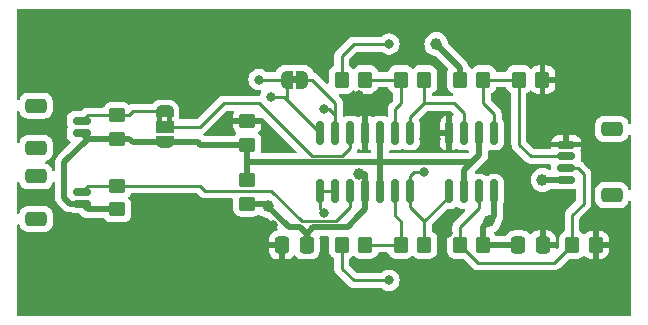
<source format=gtl>
%TF.GenerationSoftware,KiCad,Pcbnew,7.0.5*%
%TF.CreationDate,2024-03-20T19:06:25+01:00*%
%TF.ProjectId,anemometer,616e656d-6f6d-4657-9465-722e6b696361,rev?*%
%TF.SameCoordinates,Original*%
%TF.FileFunction,Copper,L1,Top*%
%TF.FilePolarity,Positive*%
%FSLAX46Y46*%
G04 Gerber Fmt 4.6, Leading zero omitted, Abs format (unit mm)*
G04 Created by KiCad (PCBNEW 7.0.5) date 2024-03-20 19:06:25*
%MOMM*%
%LPD*%
G01*
G04 APERTURE LIST*
G04 Aperture macros list*
%AMRoundRect*
0 Rectangle with rounded corners*
0 $1 Rounding radius*
0 $2 $3 $4 $5 $6 $7 $8 $9 X,Y pos of 4 corners*
0 Add a 4 corners polygon primitive as box body*
4,1,4,$2,$3,$4,$5,$6,$7,$8,$9,$2,$3,0*
0 Add four circle primitives for the rounded corners*
1,1,$1+$1,$2,$3*
1,1,$1+$1,$4,$5*
1,1,$1+$1,$6,$7*
1,1,$1+$1,$8,$9*
0 Add four rect primitives between the rounded corners*
20,1,$1+$1,$2,$3,$4,$5,0*
20,1,$1+$1,$4,$5,$6,$7,0*
20,1,$1+$1,$6,$7,$8,$9,0*
20,1,$1+$1,$8,$9,$2,$3,0*%
%AMFreePoly0*
4,1,19,0.500000,-0.750000,0.000000,-0.750000,0.000000,-0.744911,-0.071157,-0.744911,-0.207708,-0.704816,-0.327430,-0.627875,-0.420627,-0.520320,-0.479746,-0.390866,-0.500000,-0.250000,-0.500000,0.250000,-0.479746,0.390866,-0.420627,0.520320,-0.327430,0.627875,-0.207708,0.704816,-0.071157,0.744911,0.000000,0.744911,0.000000,0.750000,0.500000,0.750000,0.500000,-0.750000,0.500000,-0.750000,
$1*%
%AMFreePoly1*
4,1,19,0.000000,0.744911,0.071157,0.744911,0.207708,0.704816,0.327430,0.627875,0.420627,0.520320,0.479746,0.390866,0.500000,0.250000,0.500000,-0.250000,0.479746,-0.390866,0.420627,-0.520320,0.327430,-0.627875,0.207708,-0.704816,0.071157,-0.744911,0.000000,-0.744911,0.000000,-0.750000,-0.500000,-0.750000,-0.500000,0.750000,0.000000,0.750000,0.000000,0.744911,0.000000,0.744911,
$1*%
%AMFreePoly2*
4,1,19,0.550000,-0.750000,0.000000,-0.750000,0.000000,-0.744911,-0.071157,-0.744911,-0.207708,-0.704816,-0.327430,-0.627875,-0.420627,-0.520320,-0.479746,-0.390866,-0.500000,-0.250000,-0.500000,0.250000,-0.479746,0.390866,-0.420627,0.520320,-0.327430,0.627875,-0.207708,0.704816,-0.071157,0.744911,0.000000,0.744911,0.000000,0.750000,0.550000,0.750000,0.550000,-0.750000,0.550000,-0.750000,
$1*%
%AMFreePoly3*
4,1,19,0.000000,0.744911,0.071157,0.744911,0.207708,0.704816,0.327430,0.627875,0.420627,0.520320,0.479746,0.390866,0.500000,0.250000,0.500000,-0.250000,0.479746,-0.390866,0.420627,-0.520320,0.327430,-0.627875,0.207708,-0.704816,0.071157,-0.744911,0.000000,-0.744911,0.000000,-0.750000,-0.550000,-0.750000,-0.550000,0.750000,0.000000,0.750000,0.000000,0.744911,0.000000,0.744911,
$1*%
G04 Aperture macros list end*
%TA.AperFunction,SMDPad,CuDef*%
%ADD10RoundRect,0.250000X0.337500X0.475000X-0.337500X0.475000X-0.337500X-0.475000X0.337500X-0.475000X0*%
%TD*%
%TA.AperFunction,SMDPad,CuDef*%
%ADD11RoundRect,0.250000X0.450000X-0.350000X0.450000X0.350000X-0.450000X0.350000X-0.450000X-0.350000X0*%
%TD*%
%TA.AperFunction,SMDPad,CuDef*%
%ADD12RoundRect,0.150000X0.150000X-0.825000X0.150000X0.825000X-0.150000X0.825000X-0.150000X-0.825000X0*%
%TD*%
%TA.AperFunction,SMDPad,CuDef*%
%ADD13RoundRect,0.250000X0.350000X0.450000X-0.350000X0.450000X-0.350000X-0.450000X0.350000X-0.450000X0*%
%TD*%
%TA.AperFunction,SMDPad,CuDef*%
%ADD14RoundRect,0.150000X-0.625000X0.150000X-0.625000X-0.150000X0.625000X-0.150000X0.625000X0.150000X0*%
%TD*%
%TA.AperFunction,SMDPad,CuDef*%
%ADD15RoundRect,0.250000X-0.650000X0.350000X-0.650000X-0.350000X0.650000X-0.350000X0.650000X0.350000X0*%
%TD*%
%TA.AperFunction,SMDPad,CuDef*%
%ADD16RoundRect,0.250000X-0.350000X-0.450000X0.350000X-0.450000X0.350000X0.450000X-0.350000X0.450000X0*%
%TD*%
%TA.AperFunction,SMDPad,CuDef*%
%ADD17FreePoly0,180.000000*%
%TD*%
%TA.AperFunction,SMDPad,CuDef*%
%ADD18FreePoly1,180.000000*%
%TD*%
%TA.AperFunction,SMDPad,CuDef*%
%ADD19RoundRect,0.150000X0.625000X-0.150000X0.625000X0.150000X-0.625000X0.150000X-0.625000X-0.150000X0*%
%TD*%
%TA.AperFunction,SMDPad,CuDef*%
%ADD20RoundRect,0.250000X0.650000X-0.350000X0.650000X0.350000X-0.650000X0.350000X-0.650000X-0.350000X0*%
%TD*%
%TA.AperFunction,SMDPad,CuDef*%
%ADD21RoundRect,0.250000X-0.337500X-0.475000X0.337500X-0.475000X0.337500X0.475000X-0.337500X0.475000X0*%
%TD*%
%TA.AperFunction,SMDPad,CuDef*%
%ADD22RoundRect,0.150000X-0.150000X0.825000X-0.150000X-0.825000X0.150000X-0.825000X0.150000X0.825000X0*%
%TD*%
%TA.AperFunction,SMDPad,CuDef*%
%ADD23FreePoly2,270.000000*%
%TD*%
%TA.AperFunction,SMDPad,CuDef*%
%ADD24R,1.500000X1.000000*%
%TD*%
%TA.AperFunction,SMDPad,CuDef*%
%ADD25FreePoly3,270.000000*%
%TD*%
%TA.AperFunction,ViaPad*%
%ADD26C,0.800000*%
%TD*%
%TA.AperFunction,ViaPad*%
%ADD27C,1.000000*%
%TD*%
%TA.AperFunction,Conductor*%
%ADD28C,0.250000*%
%TD*%
%TA.AperFunction,Conductor*%
%ADD29C,0.500000*%
%TD*%
%ADD30C,0.350000*%
G04 APERTURE END LIST*
%TA.AperFunction,EtchedComponent*%
%TO.C,EN_4Stage2*%
G36*
X92250000Y-85300000D02*
G01*
X91750000Y-85300000D01*
X91750000Y-84700000D01*
X92250000Y-84700000D01*
X92250000Y-85300000D01*
G37*
%TD.AperFunction*%
%TA.AperFunction,EtchedComponent*%
%TO.C,EN_4Stage1*%
G36*
X81600000Y-88600000D02*
G01*
X81200000Y-88600000D01*
X81200000Y-88100000D01*
X81600000Y-88100000D01*
X81600000Y-88600000D01*
G37*
%TD.AperFunction*%
%TA.AperFunction,EtchedComponent*%
G36*
X80800000Y-88600000D02*
G01*
X80400000Y-88600000D01*
X80400000Y-88100000D01*
X80800000Y-88100000D01*
X80800000Y-88600000D01*
G37*
%TD.AperFunction*%
%TD*%
D10*
%TO.P,C5,1*%
%TO.N,+5V*%
X93037500Y-99000000D03*
%TO.P,C5,2*%
%TO.N,GND*%
X90962500Y-99000000D03*
%TD*%
D11*
%TO.P,R16,1*%
%TO.N,+2V5*%
X88000000Y-90500000D03*
%TO.P,R16,2*%
%TO.N,GND*%
X88000000Y-88500000D03*
%TD*%
D12*
%TO.P,U1,1*%
%TO.N,Net-(EN_Filter1-A)*%
X94190000Y-94475000D03*
%TO.P,U1,2,-*%
X95460000Y-94475000D03*
%TO.P,U1,3,+*%
%TO.N,Net-(U1A-+)*%
X96730000Y-94475000D03*
%TO.P,U1,4,V+*%
%TO.N,+5V*%
X98000000Y-94475000D03*
%TO.P,U1,5,+*%
%TO.N,+2V5*%
X99270000Y-94475000D03*
%TO.P,U1,6,-*%
%TO.N,Net-(U1B--)*%
X100540000Y-94475000D03*
%TO.P,U1,7*%
%TO.N,Sig1*%
X101810000Y-94475000D03*
%TO.P,U1,8*%
%TO.N,Net-(U2A-+)*%
X101810000Y-89525000D03*
%TO.P,U1,9,-*%
%TO.N,Net-(U1C--)*%
X100540000Y-89525000D03*
%TO.P,U1,10,+*%
%TO.N,+2V5*%
X99270000Y-89525000D03*
%TO.P,U1,11,V-*%
%TO.N,GND*%
X98000000Y-89525000D03*
%TO.P,U1,12,+*%
%TO.N,Net-(EN_4Stage1-C)*%
X96730000Y-89525000D03*
%TO.P,U1,13,-*%
%TO.N,Net-(EN_4Stage2-A)*%
X95460000Y-89525000D03*
%TO.P,U1,14*%
%TO.N,Net-(EN_4Stage2-B)*%
X94190000Y-89525000D03*
%TD*%
D13*
%TO.P,R4,1*%
%TO.N,+5V*%
X108000000Y-99000000D03*
%TO.P,R4,2*%
%TO.N,Net-(MCU1-Pin_2)*%
X106000000Y-99000000D03*
%TD*%
D14*
%TO.P,Spkr2,1,1*%
%TO.N,Net-(EN_4Stage1-A)*%
X74000000Y-88500000D03*
%TO.P,Spkr2,2,2*%
%TO.N,+2V5*%
X74000000Y-89500000D03*
D15*
%TO.P,Spkr2,MP*%
%TO.N,N/C*%
X70125000Y-87200000D03*
X70125000Y-90800000D03*
%TD*%
D11*
%TO.P,R1,1*%
%TO.N,+2V5*%
X77000000Y-96000000D03*
%TO.P,R1,2*%
%TO.N,Net-(U1A-+)*%
X77000000Y-94000000D03*
%TD*%
D16*
%TO.P,R5,1*%
%TO.N,Net-(MCU1-Pin_2)*%
X115500000Y-99000000D03*
%TO.P,R5,2*%
%TO.N,GND*%
X117500000Y-99000000D03*
%TD*%
%TO.P,R13,1*%
%TO.N,+5V*%
X106000000Y-85000000D03*
%TO.P,R13,2*%
%TO.N,Net-(MCU1-Pin_3)*%
X108000000Y-85000000D03*
%TD*%
D17*
%TO.P,EN_4Stage2,1,A*%
%TO.N,Net-(EN_4Stage2-A)*%
X92650000Y-85000000D03*
D18*
%TO.P,EN_4Stage2,2,B*%
%TO.N,Net-(EN_4Stage2-B)*%
X91350000Y-85000000D03*
%TD*%
D16*
%TO.P,R14,1*%
%TO.N,Net-(MCU1-Pin_3)*%
X111000000Y-85000000D03*
%TO.P,R14,2*%
%TO.N,GND*%
X113000000Y-85000000D03*
%TD*%
%TO.P,R2,1*%
%TO.N,Net-(EN_Filter1-B)*%
X96000000Y-99000000D03*
%TO.P,R2,2*%
%TO.N,Net-(U1B--)*%
X98000000Y-99000000D03*
%TD*%
D14*
%TO.P,Spkr1,1,1*%
%TO.N,Net-(U1A-+)*%
X74000000Y-94500000D03*
%TO.P,Spkr1,2,2*%
%TO.N,+2V5*%
X74000000Y-95500000D03*
D15*
%TO.P,Spkr1,MP*%
%TO.N,N/C*%
X70125000Y-93200000D03*
X70125000Y-96800000D03*
%TD*%
D19*
%TO.P,MCU1,1,Pin_1*%
%TO.N,+5V*%
X115000000Y-93500000D03*
%TO.P,MCU1,2,Pin_2*%
%TO.N,Net-(MCU1-Pin_2)*%
X115000000Y-92500000D03*
%TO.P,MCU1,3,Pin_3*%
%TO.N,Net-(MCU1-Pin_3)*%
X115000000Y-91500000D03*
%TO.P,MCU1,4,Pin_4*%
%TO.N,GND*%
X115000000Y-90500000D03*
D20*
%TO.P,MCU1,MP*%
%TO.N,N/C*%
X118875000Y-94800000D03*
X118875000Y-89200000D03*
%TD*%
D13*
%TO.P,R12,1*%
%TO.N,Net-(U2A-+)*%
X103000000Y-85000000D03*
%TO.P,R12,2*%
%TO.N,Net-(U1C--)*%
X101000000Y-85000000D03*
%TD*%
%TO.P,R3,1*%
%TO.N,Sig1*%
X103000000Y-99000000D03*
%TO.P,R3,2*%
%TO.N,Net-(U1B--)*%
X101000000Y-99000000D03*
%TD*%
D16*
%TO.P,R11,1*%
%TO.N,Net-(EN_Filter2-B)*%
X96000000Y-85000000D03*
%TO.P,R11,2*%
%TO.N,Net-(U1C--)*%
X98000000Y-85000000D03*
%TD*%
D21*
%TO.P,C6,1*%
%TO.N,+5V*%
X110962500Y-99000000D03*
%TO.P,C6,2*%
%TO.N,GND*%
X113037500Y-99000000D03*
%TD*%
D22*
%TO.P,U2,1*%
%TO.N,Net-(MCU1-Pin_3)*%
X108905000Y-89525000D03*
%TO.P,U2,2,-*%
%TO.N,+2V5*%
X107635000Y-89525000D03*
%TO.P,U2,3,+*%
%TO.N,Net-(U2A-+)*%
X106365000Y-89525000D03*
%TO.P,U2,4,V-*%
%TO.N,GND*%
X105095000Y-89525000D03*
%TO.P,U2,5,+*%
%TO.N,Sig1*%
X105095000Y-94475000D03*
%TO.P,U2,6,-*%
%TO.N,+2V5*%
X106365000Y-94475000D03*
%TO.P,U2,7*%
%TO.N,Net-(MCU1-Pin_2)*%
X107635000Y-94475000D03*
%TO.P,U2,8,V+*%
%TO.N,+5V*%
X108905000Y-94475000D03*
%TD*%
D23*
%TO.P,EN_4Stage1,1,A*%
%TO.N,Net-(EN_4Stage1-A)*%
X81000000Y-87700000D03*
D24*
%TO.P,EN_4Stage1,2,C*%
%TO.N,Net-(EN_4Stage1-C)*%
X81000000Y-89000000D03*
D25*
%TO.P,EN_4Stage1,3,B*%
%TO.N,+2V5*%
X81000000Y-90300000D03*
%TD*%
D11*
%TO.P,R8,1*%
%TO.N,+2V5*%
X77000000Y-90000000D03*
%TO.P,R8,2*%
%TO.N,Net-(EN_4Stage1-A)*%
X77000000Y-88000000D03*
%TD*%
%TO.P,R15,1*%
%TO.N,+5V*%
X88000000Y-95500000D03*
%TO.P,R15,2*%
%TO.N,+2V5*%
X88000000Y-93500000D03*
%TD*%
D26*
%TO.N,GND*%
X104000000Y-90000000D03*
X86500000Y-88500000D03*
X114500000Y-95500000D03*
X72000000Y-89000000D03*
X90000000Y-90500000D03*
X104000000Y-88500000D03*
X113000000Y-95500000D03*
X85000000Y-86000000D03*
X89500000Y-100500000D03*
X115000000Y-85000000D03*
X89500000Y-99000000D03*
X104500000Y-100500000D03*
X105000000Y-98000000D03*
X103000000Y-88500000D03*
X119500000Y-99000000D03*
X119000000Y-100000000D03*
X99000000Y-86324500D03*
X90000000Y-89500000D03*
X113000000Y-97000000D03*
X115000000Y-83000000D03*
X105500000Y-96500000D03*
X72500000Y-87500000D03*
X75500000Y-85500000D03*
X99000000Y-87500000D03*
X114500000Y-97000000D03*
X90168062Y-97331938D03*
X74500000Y-97500000D03*
X97500000Y-87500000D03*
X72000000Y-96500000D03*
X117500000Y-97000000D03*
X72000000Y-90500000D03*
X74500000Y-87000000D03*
X103000000Y-90000000D03*
X73000000Y-97500000D03*
X86000000Y-85000000D03*
X85500000Y-89000000D03*
X113000000Y-87000000D03*
X97472126Y-86280670D03*
X84000000Y-87000000D03*
X79000000Y-96000000D03*
%TO.N,Net-(EN_Filter1-B)*%
X100000000Y-102000000D03*
%TO.N,Net-(EN_Filter2-B)*%
X100000000Y-82000000D03*
D27*
%TO.N,+5V*%
X108500000Y-97000000D03*
X89768750Y-95731250D03*
X113000000Y-93500000D03*
X104000000Y-82000000D03*
X97500000Y-93000000D03*
D26*
%TO.N,Net-(EN_Filter1-A)*%
X94500000Y-96275500D03*
%TO.N,Net-(EN_4Stage2-A)*%
X94500000Y-87500000D03*
%TO.N,Net-(EN_4Stage2-B)*%
X89000000Y-85000000D03*
X90000000Y-86487701D03*
%TO.N,Sig1*%
X103000000Y-92849500D03*
%TD*%
D28*
%TO.N,Net-(EN_Filter1-B)*%
X96000000Y-99000000D02*
X96000000Y-101000000D01*
X97000000Y-102000000D02*
X100000000Y-102000000D01*
X96000000Y-101000000D02*
X97000000Y-102000000D01*
%TO.N,Net-(EN_Filter2-B)*%
X100000000Y-82000000D02*
X97000000Y-82000000D01*
X97000000Y-82000000D02*
X96000000Y-83000000D01*
X96000000Y-83000000D02*
X96000000Y-85000000D01*
D29*
%TO.N,+5V*%
X108905000Y-94475000D02*
X108905000Y-96595000D01*
X88000000Y-95500000D02*
X89537500Y-95500000D01*
X93037500Y-98037500D02*
X93037500Y-99000000D01*
X97500000Y-96500000D02*
X96500000Y-97500000D01*
X108500000Y-97000000D02*
X108000000Y-97500000D01*
X110962500Y-99000000D02*
X108000000Y-99000000D01*
X98000000Y-96000000D02*
X97500000Y-96500000D01*
X106000000Y-85000000D02*
X106000000Y-84000000D01*
X98000000Y-94475000D02*
X98000000Y-93000000D01*
X98000000Y-93000000D02*
X97500000Y-93000000D01*
X89537500Y-95500000D02*
X91537500Y-97500000D01*
X96500000Y-97502000D02*
X93573000Y-97502000D01*
X106000000Y-84000000D02*
X104000000Y-82000000D01*
X108000000Y-97500000D02*
X108000000Y-99000000D01*
X92500000Y-97500000D02*
X93037500Y-98037500D01*
X108905000Y-96595000D02*
X108500000Y-97000000D01*
X91537500Y-97500000D02*
X92500000Y-97500000D01*
X113000000Y-93500000D02*
X115000000Y-93500000D01*
X93573000Y-97502000D02*
X93037500Y-98037500D01*
X98000000Y-94475000D02*
X98000000Y-96000000D01*
X96500000Y-97500000D02*
X96500000Y-97502000D01*
D28*
%TO.N,Net-(EN_Filter1-A)*%
X94190000Y-94475000D02*
X95460000Y-94475000D01*
X94190000Y-95965500D02*
X94190000Y-94475000D01*
X94500000Y-96275500D02*
X94190000Y-95965500D01*
%TO.N,Net-(EN_4Stage1-A)*%
X78000000Y-88000000D02*
X78300000Y-87700000D01*
X77000000Y-88000000D02*
X78000000Y-88000000D01*
X77000000Y-88000000D02*
X74500000Y-88000000D01*
X74500000Y-88000000D02*
X74000000Y-88500000D01*
X78300000Y-87700000D02*
X81000000Y-87700000D01*
%TO.N,Net-(U1A-+)*%
X74500000Y-94000000D02*
X74000000Y-94500000D01*
X77000000Y-94000000D02*
X74500000Y-94000000D01*
X90033158Y-94425000D02*
X84425000Y-94425000D01*
X96730000Y-95770000D02*
X95500000Y-97000000D01*
X84425000Y-94425000D02*
X84000000Y-94000000D01*
X96730000Y-94475000D02*
X96730000Y-95770000D01*
X92608158Y-97000000D02*
X90033158Y-94425000D01*
X84000000Y-94000000D02*
X77000000Y-94000000D01*
X95500000Y-97000000D02*
X92608158Y-97000000D01*
D29*
%TO.N,+2V5*%
X99270000Y-92000000D02*
X99270000Y-94475000D01*
X99270000Y-92000000D02*
X107000000Y-92000000D01*
X74000000Y-89500000D02*
X74500000Y-90000000D01*
X107635000Y-91365000D02*
X107000000Y-92000000D01*
X74000000Y-95500000D02*
X73000000Y-95500000D01*
X84000000Y-90500000D02*
X88000000Y-90500000D01*
X107000000Y-92000000D02*
X106365000Y-92635000D01*
X106365000Y-92635000D02*
X106365000Y-94475000D01*
X74500000Y-90000000D02*
X77000000Y-90000000D01*
X83800000Y-90300000D02*
X84000000Y-90500000D01*
X72500000Y-92000000D02*
X74500000Y-90000000D01*
X99268000Y-92002000D02*
X88002000Y-92002000D01*
X72500000Y-95000000D02*
X72500000Y-92000000D01*
X88000000Y-92000000D02*
X88000000Y-90500000D01*
X74500000Y-96000000D02*
X74000000Y-95500000D01*
X77000000Y-96000000D02*
X74500000Y-96000000D01*
X99270000Y-89525000D02*
X99270000Y-92000000D01*
X81000000Y-90300000D02*
X83800000Y-90300000D01*
X88000000Y-93500000D02*
X88000000Y-92000000D01*
X107635000Y-89525000D02*
X107635000Y-91365000D01*
X99268000Y-92002000D02*
X99270000Y-92000000D01*
X78000000Y-90000000D02*
X77000000Y-90000000D01*
X81000000Y-90300000D02*
X78300000Y-90300000D01*
X78300000Y-90300000D02*
X78000000Y-90000000D01*
X73000000Y-95500000D02*
X72500000Y-95000000D01*
X88002000Y-92002000D02*
X88000000Y-92000000D01*
D28*
%TO.N,Net-(U1B--)*%
X101000000Y-99000000D02*
X98000000Y-99000000D01*
X101000000Y-97000000D02*
X101000000Y-99000000D01*
X100540000Y-94475000D02*
X100540000Y-96540000D01*
X100540000Y-96540000D02*
X101000000Y-97000000D01*
%TO.N,Net-(EN_4Stage1-C)*%
X93500000Y-91500000D02*
X89000000Y-87000000D01*
X86000000Y-87000000D02*
X84000000Y-89000000D01*
X89000000Y-87000000D02*
X86000000Y-87000000D01*
X84000000Y-89000000D02*
X81000000Y-89000000D01*
X96000000Y-91500000D02*
X93500000Y-91500000D01*
X96730000Y-89525000D02*
X96730000Y-90770000D01*
X96730000Y-90770000D02*
X96000000Y-91500000D01*
%TO.N,Net-(EN_4Stage2-A)*%
X95460000Y-88000000D02*
X95460000Y-89525000D01*
X94960000Y-87500000D02*
X95460000Y-88000000D01*
X92650000Y-85000000D02*
X93500000Y-85000000D01*
X94500000Y-87500000D02*
X94960000Y-87500000D01*
X95460000Y-86960000D02*
X95460000Y-88000000D01*
X93500000Y-85000000D02*
X95460000Y-86960000D01*
%TO.N,Net-(EN_4Stage2-B)*%
X91350000Y-86685000D02*
X91832500Y-87167500D01*
X91152701Y-86487701D02*
X91832500Y-87167500D01*
X91832500Y-87167500D02*
X94190000Y-89525000D01*
X90000000Y-86487701D02*
X91152701Y-86487701D01*
X89000000Y-85000000D02*
X91350000Y-85000000D01*
X91350000Y-85000000D02*
X91350000Y-86685000D01*
%TO.N,Net-(U1C--)*%
X98000000Y-85000000D02*
X101000000Y-85000000D01*
X100540000Y-89525000D02*
X100540000Y-87460000D01*
X100540000Y-87460000D02*
X101000000Y-87000000D01*
X101000000Y-87000000D02*
X101000000Y-85000000D01*
%TO.N,Net-(MCU1-Pin_2)*%
X107635000Y-95865000D02*
X106000000Y-97500000D01*
X106000000Y-97500000D02*
X106000000Y-99000000D01*
X106000000Y-99000000D02*
X107500000Y-100500000D01*
X116000000Y-92500000D02*
X116500000Y-93000000D01*
X116500000Y-93000000D02*
X116500000Y-95500000D01*
X107500000Y-100500000D02*
X114000000Y-100500000D01*
X115000000Y-92500000D02*
X116000000Y-92500000D01*
X115500000Y-96500000D02*
X115500000Y-99000000D01*
X114000000Y-100500000D02*
X115500000Y-99000000D01*
X116500000Y-95500000D02*
X115500000Y-96500000D01*
X107635000Y-94475000D02*
X107635000Y-95865000D01*
%TO.N,Net-(MCU1-Pin_3)*%
X111000000Y-90500000D02*
X112000000Y-91500000D01*
X111000000Y-85000000D02*
X111000000Y-90500000D01*
X111000000Y-85000000D02*
X108000000Y-85000000D01*
X108905000Y-89525000D02*
X108905000Y-87905000D01*
X112000000Y-91500000D02*
X115000000Y-91500000D01*
X108905000Y-87905000D02*
X108000000Y-87000000D01*
X108000000Y-87000000D02*
X108000000Y-85000000D01*
%TO.N,Sig1*%
X103000000Y-97000000D02*
X103000000Y-98000000D01*
X101810000Y-94475000D02*
X101810000Y-95810000D01*
X101810000Y-95810000D02*
X103000000Y-97000000D01*
X105095000Y-94905000D02*
X103000000Y-97000000D01*
X103000000Y-92849500D02*
X102150500Y-92849500D01*
X105095000Y-94475000D02*
X105095000Y-94905000D01*
X101810000Y-93190000D02*
X101810000Y-94475000D01*
X102150500Y-92849500D02*
X101810000Y-93190000D01*
X103000000Y-98000000D02*
X103000000Y-99000000D01*
%TO.N,Net-(U2A-+)*%
X103000000Y-87000000D02*
X103000000Y-85000000D01*
X101810000Y-88190000D02*
X103000000Y-87000000D01*
X106365000Y-89525000D02*
X106365000Y-87865000D01*
X105500000Y-87000000D02*
X103000000Y-87000000D01*
X106365000Y-87865000D02*
X105500000Y-87000000D01*
X101810000Y-88190000D02*
X101810000Y-89525000D01*
%TD*%
%TA.AperFunction,Conductor*%
%TO.N,GND*%
G36*
X120442539Y-79020185D02*
G01*
X120488294Y-79072989D01*
X120499500Y-79124500D01*
X120499500Y-88636455D01*
X120479815Y-88703494D01*
X120427011Y-88749249D01*
X120357853Y-88759193D01*
X120294297Y-88730168D01*
X120257794Y-88675459D01*
X120231936Y-88597426D01*
X120209814Y-88530666D01*
X120117712Y-88381344D01*
X119993656Y-88257288D01*
X119900888Y-88200069D01*
X119844336Y-88165187D01*
X119844331Y-88165185D01*
X119790110Y-88147218D01*
X119677797Y-88110001D01*
X119677795Y-88110000D01*
X119575010Y-88099500D01*
X118174998Y-88099500D01*
X118174981Y-88099501D01*
X118072203Y-88110000D01*
X118072200Y-88110001D01*
X117905668Y-88165185D01*
X117905663Y-88165187D01*
X117756342Y-88257289D01*
X117632289Y-88381342D01*
X117540187Y-88530663D01*
X117540185Y-88530668D01*
X117524296Y-88578618D01*
X117485001Y-88697203D01*
X117485001Y-88697204D01*
X117485000Y-88697204D01*
X117474500Y-88799983D01*
X117474500Y-89600001D01*
X117474501Y-89600019D01*
X117485000Y-89702796D01*
X117485001Y-89702799D01*
X117527372Y-89830663D01*
X117540186Y-89869334D01*
X117632288Y-90018656D01*
X117756344Y-90142712D01*
X117905666Y-90234814D01*
X118072203Y-90289999D01*
X118174991Y-90300500D01*
X119575008Y-90300499D01*
X119677797Y-90289999D01*
X119844334Y-90234814D01*
X119993656Y-90142712D01*
X120117712Y-90018656D01*
X120209814Y-89869334D01*
X120257794Y-89724537D01*
X120297567Y-89667094D01*
X120362082Y-89640271D01*
X120430858Y-89652586D01*
X120482058Y-89700129D01*
X120499500Y-89763543D01*
X120499500Y-94236455D01*
X120479815Y-94303494D01*
X120427011Y-94349249D01*
X120357853Y-94359193D01*
X120294297Y-94330168D01*
X120257794Y-94275459D01*
X120236395Y-94210883D01*
X120209814Y-94130666D01*
X120117712Y-93981344D01*
X119993656Y-93857288D01*
X119868052Y-93779815D01*
X119844336Y-93765187D01*
X119844331Y-93765185D01*
X119838283Y-93763181D01*
X119677797Y-93710001D01*
X119677795Y-93710000D01*
X119575010Y-93699500D01*
X118174998Y-93699500D01*
X118174981Y-93699501D01*
X118072203Y-93710000D01*
X118072200Y-93710001D01*
X117905668Y-93765185D01*
X117905663Y-93765187D01*
X117756342Y-93857289D01*
X117632289Y-93981342D01*
X117540187Y-94130663D01*
X117540185Y-94130666D01*
X117540186Y-94130666D01*
X117485001Y-94297203D01*
X117485001Y-94297204D01*
X117485000Y-94297204D01*
X117474500Y-94399983D01*
X117474500Y-95200001D01*
X117474501Y-95200019D01*
X117485000Y-95302796D01*
X117485001Y-95302799D01*
X117540185Y-95469331D01*
X117540187Y-95469336D01*
X117544587Y-95476469D01*
X117632288Y-95618656D01*
X117756344Y-95742712D01*
X117905666Y-95834814D01*
X118072203Y-95889999D01*
X118174991Y-95900500D01*
X119575008Y-95900499D01*
X119677797Y-95889999D01*
X119844334Y-95834814D01*
X119993656Y-95742712D01*
X120117712Y-95618656D01*
X120209814Y-95469334D01*
X120257794Y-95324537D01*
X120297567Y-95267094D01*
X120362082Y-95240271D01*
X120430858Y-95252586D01*
X120482058Y-95300129D01*
X120499500Y-95363543D01*
X120499500Y-104875500D01*
X120479815Y-104942539D01*
X120427011Y-104988294D01*
X120375500Y-104999500D01*
X68624500Y-104999500D01*
X68557461Y-104979815D01*
X68511706Y-104927011D01*
X68500500Y-104875500D01*
X68500500Y-99250000D01*
X89875001Y-99250000D01*
X89875001Y-99524986D01*
X89885494Y-99627697D01*
X89940641Y-99794119D01*
X89940643Y-99794124D01*
X90032684Y-99943345D01*
X90156654Y-100067315D01*
X90305875Y-100159356D01*
X90305880Y-100159358D01*
X90472302Y-100214505D01*
X90472309Y-100214506D01*
X90575019Y-100224999D01*
X90712499Y-100224999D01*
X90712500Y-100224998D01*
X90712500Y-99250000D01*
X89875001Y-99250000D01*
X68500500Y-99250000D01*
X68500500Y-97363544D01*
X68520185Y-97296505D01*
X68572989Y-97250750D01*
X68642147Y-97240806D01*
X68705703Y-97269831D01*
X68742205Y-97324539D01*
X68790186Y-97469334D01*
X68882288Y-97618656D01*
X69006344Y-97742712D01*
X69155666Y-97834814D01*
X69322203Y-97889999D01*
X69424991Y-97900500D01*
X70825008Y-97900499D01*
X70927797Y-97889999D01*
X71094334Y-97834814D01*
X71243656Y-97742712D01*
X71367712Y-97618656D01*
X71459814Y-97469334D01*
X71514999Y-97302797D01*
X71525500Y-97200009D01*
X71525499Y-96399992D01*
X71525160Y-96396677D01*
X71514999Y-96297203D01*
X71514998Y-96297200D01*
X71507029Y-96273152D01*
X71459814Y-96130666D01*
X71367712Y-95981344D01*
X71243656Y-95857288D01*
X71150888Y-95800069D01*
X71094336Y-95765187D01*
X71094331Y-95765185D01*
X71092862Y-95764698D01*
X70927797Y-95710001D01*
X70927795Y-95710000D01*
X70825010Y-95699500D01*
X69424998Y-95699500D01*
X69424981Y-95699501D01*
X69322203Y-95710000D01*
X69322200Y-95710001D01*
X69155668Y-95765185D01*
X69155663Y-95765187D01*
X69006342Y-95857289D01*
X68882289Y-95981342D01*
X68790187Y-96130663D01*
X68790185Y-96130668D01*
X68742206Y-96275460D01*
X68702433Y-96332905D01*
X68637917Y-96359728D01*
X68569141Y-96347413D01*
X68517942Y-96299870D01*
X68500500Y-96236456D01*
X68500500Y-93763544D01*
X68520185Y-93696505D01*
X68572989Y-93650750D01*
X68642147Y-93640806D01*
X68705703Y-93669831D01*
X68742205Y-93724539D01*
X68773693Y-93819562D01*
X68790185Y-93869331D01*
X68790187Y-93869336D01*
X68809462Y-93900585D01*
X68882288Y-94018656D01*
X69006344Y-94142712D01*
X69155666Y-94234814D01*
X69322203Y-94289999D01*
X69424991Y-94300500D01*
X70825008Y-94300499D01*
X70927797Y-94289999D01*
X71094334Y-94234814D01*
X71243656Y-94142712D01*
X71367712Y-94018656D01*
X71459814Y-93869334D01*
X71507794Y-93724537D01*
X71547567Y-93667094D01*
X71612082Y-93640271D01*
X71680858Y-93652586D01*
X71732058Y-93700129D01*
X71749500Y-93763543D01*
X71749500Y-94936294D01*
X71748191Y-94954263D01*
X71744710Y-94978025D01*
X71747613Y-95011195D01*
X71748939Y-95026356D01*
X71749264Y-95030064D01*
X71749500Y-95035470D01*
X71749500Y-95043712D01*
X71753202Y-95075391D01*
X71753383Y-95077159D01*
X71755381Y-95099991D01*
X71760000Y-95152792D01*
X71761461Y-95159867D01*
X71761403Y-95159878D01*
X71763034Y-95167237D01*
X71763092Y-95167224D01*
X71764757Y-95174249D01*
X71764758Y-95174254D01*
X71764759Y-95174255D01*
X71789018Y-95240909D01*
X71790708Y-95245551D01*
X71791299Y-95247253D01*
X71815182Y-95319326D01*
X71818236Y-95325874D01*
X71818182Y-95325898D01*
X71821470Y-95332688D01*
X71821521Y-95332663D01*
X71824761Y-95339113D01*
X71824762Y-95339114D01*
X71824763Y-95339117D01*
X71866494Y-95402567D01*
X71867443Y-95404058D01*
X71906622Y-95467577D01*
X71907289Y-95468657D01*
X71911766Y-95474319D01*
X71911719Y-95474356D01*
X71916482Y-95480202D01*
X71916528Y-95480164D01*
X71921173Y-95485699D01*
X71976363Y-95537768D01*
X71977657Y-95539025D01*
X72424270Y-95985638D01*
X72436051Y-95999270D01*
X72450388Y-96018528D01*
X72490409Y-96052111D01*
X72494397Y-96055766D01*
X72500217Y-96061586D01*
X72500222Y-96061590D01*
X72500223Y-96061591D01*
X72525263Y-96081390D01*
X72526644Y-96082515D01*
X72539520Y-96093319D01*
X72584786Y-96131302D01*
X72584787Y-96131302D01*
X72584789Y-96131304D01*
X72590818Y-96135270D01*
X72590785Y-96135319D01*
X72597147Y-96139372D01*
X72597179Y-96139321D01*
X72603319Y-96143108D01*
X72603323Y-96143111D01*
X72626237Y-96153796D01*
X72672137Y-96175200D01*
X72673760Y-96175986D01*
X72741562Y-96210038D01*
X72748357Y-96212511D01*
X72748336Y-96212567D01*
X72755457Y-96215043D01*
X72755476Y-96214986D01*
X72762319Y-96217253D01*
X72762327Y-96217257D01*
X72836748Y-96232623D01*
X72838371Y-96232983D01*
X72912279Y-96250500D01*
X72912280Y-96250500D01*
X72912284Y-96250501D01*
X72919453Y-96251339D01*
X72919446Y-96251398D01*
X72926944Y-96252164D01*
X72926950Y-96252105D01*
X72934139Y-96252734D01*
X72934143Y-96252733D01*
X72934144Y-96252734D01*
X72962229Y-96251916D01*
X73010032Y-96250526D01*
X73011835Y-96250500D01*
X73092672Y-96250500D01*
X73127267Y-96255424D01*
X73272426Y-96297597D01*
X73272429Y-96297597D01*
X73272431Y-96297598D01*
X73309306Y-96300500D01*
X73687770Y-96300500D01*
X73754809Y-96320185D01*
X73775451Y-96336819D01*
X73924270Y-96485638D01*
X73936051Y-96499270D01*
X73950388Y-96518528D01*
X73990409Y-96552111D01*
X73994397Y-96555766D01*
X74000217Y-96561586D01*
X74000222Y-96561590D01*
X74000223Y-96561591D01*
X74025263Y-96581390D01*
X74026644Y-96582515D01*
X74038557Y-96592511D01*
X74084786Y-96631302D01*
X74084787Y-96631302D01*
X74084789Y-96631304D01*
X74090818Y-96635270D01*
X74090785Y-96635319D01*
X74097147Y-96639372D01*
X74097179Y-96639321D01*
X74103319Y-96643108D01*
X74103323Y-96643111D01*
X74131405Y-96656206D01*
X74172137Y-96675200D01*
X74173760Y-96675986D01*
X74241562Y-96710038D01*
X74248357Y-96712511D01*
X74248336Y-96712567D01*
X74255457Y-96715043D01*
X74255476Y-96714986D01*
X74262319Y-96717253D01*
X74262327Y-96717257D01*
X74336748Y-96732623D01*
X74338371Y-96732983D01*
X74412279Y-96750500D01*
X74412280Y-96750500D01*
X74412284Y-96750501D01*
X74419453Y-96751339D01*
X74419446Y-96751398D01*
X74426944Y-96752164D01*
X74426950Y-96752105D01*
X74434139Y-96752734D01*
X74434143Y-96752733D01*
X74434144Y-96752734D01*
X74462229Y-96751916D01*
X74510032Y-96750526D01*
X74511835Y-96750500D01*
X75846042Y-96750500D01*
X75913081Y-96770185D01*
X75951580Y-96809402D01*
X75955669Y-96816032D01*
X75957288Y-96818656D01*
X76081344Y-96942712D01*
X76230666Y-97034814D01*
X76397203Y-97089999D01*
X76499991Y-97100500D01*
X77500008Y-97100499D01*
X77500016Y-97100498D01*
X77500019Y-97100498D01*
X77592831Y-97091017D01*
X77602797Y-97089999D01*
X77769334Y-97034814D01*
X77918656Y-96942712D01*
X78042712Y-96818656D01*
X78134814Y-96669334D01*
X78189999Y-96502797D01*
X78200500Y-96400009D01*
X78200499Y-95599992D01*
X78198356Y-95579017D01*
X78189999Y-95497203D01*
X78189998Y-95497200D01*
X78180182Y-95467577D01*
X78134814Y-95330666D01*
X78042712Y-95181344D01*
X77949048Y-95087680D01*
X77915564Y-95026356D01*
X77920548Y-94956665D01*
X77949045Y-94912322D01*
X78042712Y-94818656D01*
X78125519Y-94684402D01*
X78177467Y-94637679D01*
X78231058Y-94625500D01*
X83689548Y-94625500D01*
X83756587Y-94645185D01*
X83777229Y-94661819D01*
X83924194Y-94808784D01*
X83934019Y-94821048D01*
X83934240Y-94820866D01*
X83939210Y-94826874D01*
X83988949Y-94873582D01*
X83990316Y-94874906D01*
X84010530Y-94895120D01*
X84016004Y-94899366D01*
X84020442Y-94903156D01*
X84054418Y-94935062D01*
X84068333Y-94942712D01*
X84071973Y-94944713D01*
X84088231Y-94955392D01*
X84104064Y-94967674D01*
X84126015Y-94977172D01*
X84146837Y-94986183D01*
X84152081Y-94988752D01*
X84192908Y-95011197D01*
X84212312Y-95016179D01*
X84230710Y-95022478D01*
X84249105Y-95030438D01*
X84295129Y-95037726D01*
X84300832Y-95038907D01*
X84345981Y-95050500D01*
X84366016Y-95050500D01*
X84385413Y-95052026D01*
X84405196Y-95055160D01*
X84451583Y-95050775D01*
X84457422Y-95050500D01*
X86675500Y-95050500D01*
X86742539Y-95070185D01*
X86788294Y-95122989D01*
X86799500Y-95174500D01*
X86799500Y-95900001D01*
X86799501Y-95900019D01*
X86810000Y-96002796D01*
X86810001Y-96002799D01*
X86865185Y-96169331D01*
X86865187Y-96169336D01*
X86894745Y-96217257D01*
X86957288Y-96318656D01*
X87081344Y-96442712D01*
X87230666Y-96534814D01*
X87397203Y-96589999D01*
X87499991Y-96600500D01*
X88500008Y-96600499D01*
X88500016Y-96600498D01*
X88500019Y-96600498D01*
X88556302Y-96594748D01*
X88602797Y-96589999D01*
X88769334Y-96534814D01*
X88918656Y-96442712D01*
X88918658Y-96442709D01*
X88923197Y-96439910D01*
X88990590Y-96421470D01*
X89057253Y-96442393D01*
X89066959Y-96449596D01*
X89180094Y-96542442D01*
X89210212Y-96567160D01*
X89210215Y-96567161D01*
X89210217Y-96567163D01*
X89384016Y-96660061D01*
X89384019Y-96660061D01*
X89384023Y-96660064D01*
X89572618Y-96717274D01*
X89662447Y-96726121D01*
X89727235Y-96752281D01*
X89737975Y-96761843D01*
X90325116Y-97348984D01*
X90550290Y-97574157D01*
X90583775Y-97635480D01*
X90578791Y-97705171D01*
X90536919Y-97761105D01*
X90478856Y-97783776D01*
X90478921Y-97784077D01*
X90477075Y-97784472D01*
X90475224Y-97785195D01*
X90472304Y-97785493D01*
X90305880Y-97840641D01*
X90305875Y-97840643D01*
X90156654Y-97932684D01*
X90032684Y-98056654D01*
X89940643Y-98205875D01*
X89940641Y-98205880D01*
X89885494Y-98372302D01*
X89885493Y-98372309D01*
X89875000Y-98475013D01*
X89875000Y-98750000D01*
X91088500Y-98750000D01*
X91155539Y-98769685D01*
X91201294Y-98822489D01*
X91212500Y-98874000D01*
X91212500Y-100224999D01*
X91349972Y-100224999D01*
X91349986Y-100224998D01*
X91452697Y-100214505D01*
X91619119Y-100159358D01*
X91619124Y-100159356D01*
X91768345Y-100067315D01*
X91892318Y-99943342D01*
X91894165Y-99940348D01*
X91895969Y-99938724D01*
X91896798Y-99937677D01*
X91896976Y-99937818D01*
X91946110Y-99893621D01*
X92015073Y-99882396D01*
X92079156Y-99910236D01*
X92105243Y-99940341D01*
X92107288Y-99943656D01*
X92231344Y-100067712D01*
X92380666Y-100159814D01*
X92547203Y-100214999D01*
X92649991Y-100225500D01*
X93425008Y-100225499D01*
X93425016Y-100225498D01*
X93425019Y-100225498D01*
X93481302Y-100219748D01*
X93527797Y-100214999D01*
X93694334Y-100159814D01*
X93843656Y-100067712D01*
X93967712Y-99943656D01*
X94059814Y-99794334D01*
X94114999Y-99627797D01*
X94125500Y-99525009D01*
X94125499Y-98474992D01*
X94116725Y-98389101D01*
X94129495Y-98320409D01*
X94177375Y-98269525D01*
X94240083Y-98252500D01*
X94787623Y-98252500D01*
X94854662Y-98272185D01*
X94900417Y-98324989D01*
X94909819Y-98390380D01*
X94910689Y-98390469D01*
X94910333Y-98393952D01*
X94910361Y-98394147D01*
X94910249Y-98394771D01*
X94899500Y-98499983D01*
X94899500Y-99500001D01*
X94899501Y-99500019D01*
X94910000Y-99602796D01*
X94910001Y-99602799D01*
X94965185Y-99769331D01*
X94965187Y-99769336D01*
X94980604Y-99794331D01*
X95057288Y-99918656D01*
X95181344Y-100042712D01*
X95315597Y-100125519D01*
X95362321Y-100177465D01*
X95374500Y-100231057D01*
X95374500Y-100917255D01*
X95372775Y-100932872D01*
X95373061Y-100932899D01*
X95372326Y-100940666D01*
X95374469Y-101008846D01*
X95374500Y-101010793D01*
X95374500Y-101039343D01*
X95374501Y-101039360D01*
X95375368Y-101046231D01*
X95375826Y-101052050D01*
X95377290Y-101098624D01*
X95377291Y-101098627D01*
X95382880Y-101117867D01*
X95386824Y-101136911D01*
X95389336Y-101156791D01*
X95406490Y-101200119D01*
X95408382Y-101205647D01*
X95421381Y-101250388D01*
X95431580Y-101267634D01*
X95440136Y-101285100D01*
X95447514Y-101303732D01*
X95472542Y-101338181D01*
X95474898Y-101341423D01*
X95478106Y-101346307D01*
X95501827Y-101386416D01*
X95501833Y-101386424D01*
X95515990Y-101400580D01*
X95528628Y-101415376D01*
X95540405Y-101431586D01*
X95540406Y-101431587D01*
X95576309Y-101461288D01*
X95580620Y-101465210D01*
X96115410Y-102000000D01*
X96499194Y-102383784D01*
X96509019Y-102396048D01*
X96509240Y-102395866D01*
X96514210Y-102401874D01*
X96563949Y-102448582D01*
X96565316Y-102449906D01*
X96585530Y-102470120D01*
X96591004Y-102474366D01*
X96595442Y-102478156D01*
X96629418Y-102510062D01*
X96629422Y-102510064D01*
X96646973Y-102519713D01*
X96663231Y-102530392D01*
X96679064Y-102542674D01*
X96701015Y-102552172D01*
X96721837Y-102561183D01*
X96727081Y-102563752D01*
X96767908Y-102586197D01*
X96787312Y-102591179D01*
X96805710Y-102597478D01*
X96824105Y-102605438D01*
X96870129Y-102612726D01*
X96875832Y-102613907D01*
X96920981Y-102625500D01*
X96941016Y-102625500D01*
X96960413Y-102627026D01*
X96980196Y-102630160D01*
X97026583Y-102625775D01*
X97032422Y-102625500D01*
X99296252Y-102625500D01*
X99363291Y-102645185D01*
X99388400Y-102666526D01*
X99394126Y-102672885D01*
X99394130Y-102672889D01*
X99547265Y-102784148D01*
X99547270Y-102784151D01*
X99720192Y-102861142D01*
X99720197Y-102861144D01*
X99905354Y-102900500D01*
X99905355Y-102900500D01*
X100094644Y-102900500D01*
X100094646Y-102900500D01*
X100279803Y-102861144D01*
X100452730Y-102784151D01*
X100605871Y-102672888D01*
X100732533Y-102532216D01*
X100827179Y-102368284D01*
X100885674Y-102188256D01*
X100905460Y-102000000D01*
X100885674Y-101811744D01*
X100827179Y-101631716D01*
X100732533Y-101467784D01*
X100605871Y-101327112D01*
X100605870Y-101327111D01*
X100452734Y-101215851D01*
X100452729Y-101215848D01*
X100279807Y-101138857D01*
X100279802Y-101138855D01*
X100134001Y-101107865D01*
X100094646Y-101099500D01*
X99905354Y-101099500D01*
X99872897Y-101106398D01*
X99720197Y-101138855D01*
X99720192Y-101138857D01*
X99547270Y-101215848D01*
X99547265Y-101215851D01*
X99394130Y-101327110D01*
X99394126Y-101327114D01*
X99388400Y-101333474D01*
X99328913Y-101370121D01*
X99296252Y-101374500D01*
X97310452Y-101374500D01*
X97243413Y-101354815D01*
X97222771Y-101338181D01*
X96661819Y-100777228D01*
X96628334Y-100715905D01*
X96625500Y-100689547D01*
X96625500Y-100231057D01*
X96645185Y-100164018D01*
X96684401Y-100125520D01*
X96818656Y-100042712D01*
X96912322Y-99949045D01*
X96973641Y-99915563D01*
X97043333Y-99920547D01*
X97087676Y-99949044D01*
X97181344Y-100042712D01*
X97330666Y-100134814D01*
X97497203Y-100189999D01*
X97599991Y-100200500D01*
X98400008Y-100200499D01*
X98400016Y-100200498D01*
X98400019Y-100200498D01*
X98456302Y-100194748D01*
X98502797Y-100189999D01*
X98669334Y-100134814D01*
X98818656Y-100042712D01*
X98942712Y-99918656D01*
X99034814Y-99769334D01*
X99054311Y-99710493D01*
X99094084Y-99653051D01*
X99158600Y-99626228D01*
X99172017Y-99625500D01*
X99827983Y-99625500D01*
X99895022Y-99645185D01*
X99940777Y-99697989D01*
X99945686Y-99710489D01*
X99965185Y-99769331D01*
X99965186Y-99769333D01*
X99965187Y-99769336D01*
X99980604Y-99794331D01*
X100057288Y-99918656D01*
X100181344Y-100042712D01*
X100330666Y-100134814D01*
X100497203Y-100189999D01*
X100599991Y-100200500D01*
X101400008Y-100200499D01*
X101400016Y-100200498D01*
X101400019Y-100200498D01*
X101456302Y-100194748D01*
X101502797Y-100189999D01*
X101669334Y-100134814D01*
X101818656Y-100042712D01*
X101912318Y-99949049D01*
X101973642Y-99915564D01*
X102043334Y-99920548D01*
X102087680Y-99949048D01*
X102181344Y-100042712D01*
X102330666Y-100134814D01*
X102497203Y-100189999D01*
X102599991Y-100200500D01*
X103400008Y-100200499D01*
X103400016Y-100200498D01*
X103400019Y-100200498D01*
X103456302Y-100194748D01*
X103502797Y-100189999D01*
X103669334Y-100134814D01*
X103818656Y-100042712D01*
X103942712Y-99918656D01*
X104034814Y-99769334D01*
X104089999Y-99602797D01*
X104100500Y-99500009D01*
X104100499Y-98499992D01*
X104097947Y-98475013D01*
X104089999Y-98397203D01*
X104089998Y-98397200D01*
X104073346Y-98346949D01*
X104034814Y-98230666D01*
X103942712Y-98081344D01*
X103818656Y-97957288D01*
X103684402Y-97874480D01*
X103637679Y-97822533D01*
X103625500Y-97768942D01*
X103625500Y-97310452D01*
X103645185Y-97243413D01*
X103661819Y-97222771D01*
X104897772Y-95986819D01*
X104959095Y-95953334D01*
X104985453Y-95950500D01*
X105310686Y-95950500D01*
X105310694Y-95950500D01*
X105347569Y-95947598D01*
X105347571Y-95947597D01*
X105347573Y-95947597D01*
X105418388Y-95927023D01*
X105505398Y-95901744D01*
X105646865Y-95818081D01*
X105646868Y-95818077D01*
X105653026Y-95813301D01*
X105654927Y-95815752D01*
X105703579Y-95789154D01*
X105773274Y-95794103D01*
X105805700Y-95814942D01*
X105806974Y-95813301D01*
X105813139Y-95818084D01*
X105844721Y-95836761D01*
X105954602Y-95901744D01*
X105991307Y-95912408D01*
X106112426Y-95947597D01*
X106112429Y-95947597D01*
X106112431Y-95947598D01*
X106149306Y-95950500D01*
X106149314Y-95950500D01*
X106365546Y-95950500D01*
X106432585Y-95970185D01*
X106478340Y-96022989D01*
X106488284Y-96092147D01*
X106459259Y-96155703D01*
X106453227Y-96162181D01*
X105616208Y-96999199D01*
X105603951Y-97009020D01*
X105604134Y-97009241D01*
X105598122Y-97014214D01*
X105551432Y-97063932D01*
X105550079Y-97065329D01*
X105529889Y-97085519D01*
X105529877Y-97085532D01*
X105525621Y-97091017D01*
X105521837Y-97095447D01*
X105489937Y-97129418D01*
X105489936Y-97129420D01*
X105480284Y-97146976D01*
X105469610Y-97163226D01*
X105457329Y-97179061D01*
X105457324Y-97179068D01*
X105438815Y-97221838D01*
X105436245Y-97227084D01*
X105413803Y-97267906D01*
X105408822Y-97287307D01*
X105402521Y-97305710D01*
X105394562Y-97324102D01*
X105394561Y-97324105D01*
X105387271Y-97370127D01*
X105386087Y-97375846D01*
X105374501Y-97420972D01*
X105374500Y-97420982D01*
X105374500Y-97441016D01*
X105372973Y-97460415D01*
X105369840Y-97480194D01*
X105369840Y-97480195D01*
X105374225Y-97526583D01*
X105374500Y-97532421D01*
X105374500Y-97768942D01*
X105354815Y-97835981D01*
X105315598Y-97874479D01*
X105229209Y-97927764D01*
X105181342Y-97957289D01*
X105057289Y-98081342D01*
X104965187Y-98230663D01*
X104965185Y-98230668D01*
X104952309Y-98269525D01*
X104910001Y-98397203D01*
X104910001Y-98397204D01*
X104910000Y-98397204D01*
X104899500Y-98499983D01*
X104899500Y-99500001D01*
X104899501Y-99500019D01*
X104910000Y-99602796D01*
X104910001Y-99602799D01*
X104965185Y-99769331D01*
X104965187Y-99769336D01*
X104980604Y-99794331D01*
X105057288Y-99918656D01*
X105181344Y-100042712D01*
X105330666Y-100134814D01*
X105497203Y-100189999D01*
X105599991Y-100200500D01*
X106264546Y-100200499D01*
X106331585Y-100220183D01*
X106352227Y-100236818D01*
X106999197Y-100883788D01*
X107009022Y-100896051D01*
X107009243Y-100895869D01*
X107014211Y-100901874D01*
X107063932Y-100948566D01*
X107065332Y-100949923D01*
X107085523Y-100970115D01*
X107085527Y-100970118D01*
X107085529Y-100970120D01*
X107091011Y-100974373D01*
X107095443Y-100978157D01*
X107129418Y-101010062D01*
X107146976Y-101019714D01*
X107163235Y-101030395D01*
X107179064Y-101042673D01*
X107221838Y-101061182D01*
X107227056Y-101063738D01*
X107267908Y-101086197D01*
X107287316Y-101091180D01*
X107305717Y-101097480D01*
X107324104Y-101105437D01*
X107367488Y-101112308D01*
X107370119Y-101112725D01*
X107375839Y-101113909D01*
X107420981Y-101125500D01*
X107441016Y-101125500D01*
X107460414Y-101127026D01*
X107480194Y-101130159D01*
X107480195Y-101130160D01*
X107480195Y-101130159D01*
X107480196Y-101130160D01*
X107526583Y-101125775D01*
X107532422Y-101125500D01*
X113917257Y-101125500D01*
X113932877Y-101127224D01*
X113932904Y-101126939D01*
X113940666Y-101127673D01*
X113940666Y-101127672D01*
X113940667Y-101127673D01*
X113943999Y-101127568D01*
X114008847Y-101125531D01*
X114010794Y-101125500D01*
X114039347Y-101125500D01*
X114039350Y-101125500D01*
X114046228Y-101124630D01*
X114052041Y-101124172D01*
X114098627Y-101122709D01*
X114117869Y-101117117D01*
X114136912Y-101113174D01*
X114156792Y-101110664D01*
X114200122Y-101093507D01*
X114205646Y-101091617D01*
X114209396Y-101090527D01*
X114250390Y-101078618D01*
X114267629Y-101068422D01*
X114285103Y-101059862D01*
X114303727Y-101052488D01*
X114303727Y-101052487D01*
X114303732Y-101052486D01*
X114341449Y-101025082D01*
X114346305Y-101021892D01*
X114386420Y-100998170D01*
X114400589Y-100983999D01*
X114415379Y-100971368D01*
X114431587Y-100959594D01*
X114461299Y-100923676D01*
X114465212Y-100919376D01*
X115147770Y-100236818D01*
X115209094Y-100203333D01*
X115235452Y-100200499D01*
X115900002Y-100200499D01*
X115900008Y-100200499D01*
X116002797Y-100189999D01*
X116169334Y-100134814D01*
X116318656Y-100042712D01*
X116412675Y-99948692D01*
X116473994Y-99915210D01*
X116543686Y-99920194D01*
X116588034Y-99948695D01*
X116681654Y-100042315D01*
X116830875Y-100134356D01*
X116830880Y-100134358D01*
X116997302Y-100189505D01*
X116997309Y-100189506D01*
X117100019Y-100199999D01*
X117249999Y-100199999D01*
X117249999Y-100199998D01*
X117249999Y-99250000D01*
X117750000Y-99250000D01*
X117750000Y-100199999D01*
X117899972Y-100199999D01*
X117899986Y-100199998D01*
X118002697Y-100189505D01*
X118169119Y-100134358D01*
X118169124Y-100134356D01*
X118318345Y-100042315D01*
X118442315Y-99918345D01*
X118534356Y-99769124D01*
X118534358Y-99769119D01*
X118589505Y-99602697D01*
X118589506Y-99602690D01*
X118599999Y-99499986D01*
X118600000Y-99499973D01*
X118600000Y-99250000D01*
X117750000Y-99250000D01*
X117249999Y-99250000D01*
X117250000Y-97800000D01*
X117750000Y-97800000D01*
X117750000Y-98750000D01*
X118599998Y-98750000D01*
X118599999Y-98500028D01*
X118599998Y-98500013D01*
X118589505Y-98397302D01*
X118534358Y-98230880D01*
X118534356Y-98230875D01*
X118442315Y-98081654D01*
X118318345Y-97957684D01*
X118169124Y-97865643D01*
X118169119Y-97865641D01*
X118002697Y-97810494D01*
X118002690Y-97810493D01*
X117899986Y-97800000D01*
X117750000Y-97800000D01*
X117250000Y-97800000D01*
X117100027Y-97800000D01*
X117100012Y-97800001D01*
X116997302Y-97810494D01*
X116830880Y-97865641D01*
X116830875Y-97865643D01*
X116681657Y-97957682D01*
X116588034Y-98051305D01*
X116526710Y-98084789D01*
X116457019Y-98079805D01*
X116412672Y-98051304D01*
X116318657Y-97957289D01*
X116318656Y-97957288D01*
X116184401Y-97874479D01*
X116137678Y-97822532D01*
X116125499Y-97768941D01*
X116125499Y-96810451D01*
X116145184Y-96743412D01*
X116161813Y-96722775D01*
X116883786Y-96000802D01*
X116896048Y-95990980D01*
X116895865Y-95990759D01*
X116901873Y-95985788D01*
X116901877Y-95985786D01*
X116948649Y-95935977D01*
X116949891Y-95934697D01*
X116970120Y-95914470D01*
X116974373Y-95908986D01*
X116978150Y-95904563D01*
X117010062Y-95870582D01*
X117019714Y-95853023D01*
X117030389Y-95836772D01*
X117042674Y-95820936D01*
X117061186Y-95778152D01*
X117063742Y-95772935D01*
X117081383Y-95740848D01*
X117086194Y-95732098D01*
X117086194Y-95732097D01*
X117086197Y-95732092D01*
X117091180Y-95712680D01*
X117097477Y-95694291D01*
X117105438Y-95675895D01*
X117112729Y-95629853D01*
X117113908Y-95624162D01*
X117125500Y-95579019D01*
X117125500Y-95558982D01*
X117127027Y-95539582D01*
X117130160Y-95519804D01*
X117125775Y-95473415D01*
X117125500Y-95467577D01*
X117125500Y-93082742D01*
X117127224Y-93067123D01*
X117126939Y-93067097D01*
X117127671Y-93059339D01*
X117127673Y-93059333D01*
X117125883Y-93002401D01*
X117125530Y-92991152D01*
X117125499Y-92989201D01*
X117125499Y-92977307D01*
X117125500Y-92960650D01*
X117124631Y-92953770D01*
X117124172Y-92947943D01*
X117123741Y-92934238D01*
X117122709Y-92901373D01*
X117120609Y-92894147D01*
X117117122Y-92882144D01*
X117113174Y-92863084D01*
X117112979Y-92861539D01*
X117110664Y-92843208D01*
X117110663Y-92843206D01*
X117110663Y-92843204D01*
X117093512Y-92799887D01*
X117091619Y-92794358D01*
X117078618Y-92749609D01*
X117078616Y-92749606D01*
X117068423Y-92732371D01*
X117059861Y-92714894D01*
X117052487Y-92696270D01*
X117052486Y-92696268D01*
X117025079Y-92658545D01*
X117021888Y-92653686D01*
X116998172Y-92613583D01*
X116998165Y-92613574D01*
X116984006Y-92599415D01*
X116971368Y-92584619D01*
X116967162Y-92578830D01*
X116959594Y-92568413D01*
X116946147Y-92557289D01*
X116923688Y-92538709D01*
X116919376Y-92534786D01*
X116500806Y-92116216D01*
X116490981Y-92103952D01*
X116490760Y-92104136D01*
X116485784Y-92098121D01*
X116436066Y-92051432D01*
X116434666Y-92050075D01*
X116414476Y-92029884D01*
X116408986Y-92025625D01*
X116404561Y-92021847D01*
X116370582Y-91989938D01*
X116370580Y-91989936D01*
X116370577Y-91989935D01*
X116353029Y-91980288D01*
X116336763Y-91969604D01*
X116320932Y-91957324D01*
X116314219Y-91953354D01*
X116315577Y-91951056D01*
X116271765Y-91914591D01*
X116250752Y-91847955D01*
X116255652Y-91810896D01*
X116272598Y-91752569D01*
X116275500Y-91715694D01*
X116275500Y-91284306D01*
X116272598Y-91247431D01*
X116272375Y-91246664D01*
X116233838Y-91114018D01*
X116226744Y-91089602D01*
X116210791Y-91062628D01*
X116193611Y-90994905D01*
X116210794Y-90936386D01*
X116226281Y-90910199D01*
X116272100Y-90752486D01*
X116272295Y-90750001D01*
X116272295Y-90750000D01*
X115909050Y-90750000D01*
X115874455Y-90745076D01*
X115727573Y-90702402D01*
X115727567Y-90702401D01*
X115690701Y-90699500D01*
X115690694Y-90699500D01*
X114309306Y-90699500D01*
X114309298Y-90699500D01*
X114272432Y-90702401D01*
X114272426Y-90702402D01*
X114125545Y-90745076D01*
X114090950Y-90750000D01*
X113727705Y-90750000D01*
X113724255Y-90753731D01*
X113712612Y-90809151D01*
X113663559Y-90858907D01*
X113603360Y-90874500D01*
X112310452Y-90874500D01*
X112243413Y-90854815D01*
X112222771Y-90838181D01*
X111661818Y-90277228D01*
X111646949Y-90249998D01*
X113727704Y-90249998D01*
X113727705Y-90250000D01*
X114750000Y-90250000D01*
X114750000Y-89700000D01*
X115250000Y-89700000D01*
X115250000Y-90250000D01*
X116272295Y-90250000D01*
X116272295Y-90249998D01*
X116272100Y-90247513D01*
X116226281Y-90089801D01*
X116142685Y-89948447D01*
X116142678Y-89948438D01*
X116026561Y-89832321D01*
X116026552Y-89832314D01*
X115885196Y-89748717D01*
X115885193Y-89748716D01*
X115727495Y-89702900D01*
X115727489Y-89702899D01*
X115690649Y-89700000D01*
X115250000Y-89700000D01*
X114750000Y-89700000D01*
X114309350Y-89700000D01*
X114272510Y-89702899D01*
X114272504Y-89702900D01*
X114114806Y-89748716D01*
X114114803Y-89748717D01*
X113973447Y-89832314D01*
X113973438Y-89832321D01*
X113857321Y-89948438D01*
X113857314Y-89948447D01*
X113773718Y-90089801D01*
X113727899Y-90247513D01*
X113727704Y-90249998D01*
X111646949Y-90249998D01*
X111628333Y-90215905D01*
X111625499Y-90189547D01*
X111625499Y-88204191D01*
X111625499Y-86231053D01*
X111645184Y-86164018D01*
X111684399Y-86125521D01*
X111818656Y-86042712D01*
X111912675Y-85948692D01*
X111973994Y-85915210D01*
X112043686Y-85920194D01*
X112088034Y-85948695D01*
X112181654Y-86042315D01*
X112330875Y-86134356D01*
X112330880Y-86134358D01*
X112497302Y-86189505D01*
X112497309Y-86189506D01*
X112600019Y-86199999D01*
X112749999Y-86199999D01*
X112749999Y-86199998D01*
X112749999Y-85250000D01*
X113250000Y-85250000D01*
X113250000Y-86199999D01*
X113399972Y-86199999D01*
X113399986Y-86199998D01*
X113502697Y-86189505D01*
X113669119Y-86134358D01*
X113669124Y-86134356D01*
X113818345Y-86042315D01*
X113942315Y-85918345D01*
X114034356Y-85769124D01*
X114034358Y-85769119D01*
X114089505Y-85602697D01*
X114089506Y-85602690D01*
X114099999Y-85499986D01*
X114100000Y-85499973D01*
X114100000Y-85250000D01*
X113250000Y-85250000D01*
X112749999Y-85250000D01*
X112750000Y-83800000D01*
X113250000Y-83800000D01*
X113250000Y-84750000D01*
X114099998Y-84750000D01*
X114099999Y-84500028D01*
X114099998Y-84500013D01*
X114089505Y-84397302D01*
X114034358Y-84230880D01*
X114034356Y-84230875D01*
X113942315Y-84081654D01*
X113818345Y-83957684D01*
X113669124Y-83865643D01*
X113669119Y-83865641D01*
X113502697Y-83810494D01*
X113502690Y-83810493D01*
X113399986Y-83800000D01*
X113250000Y-83800000D01*
X112750000Y-83800000D01*
X112600027Y-83800000D01*
X112600012Y-83800001D01*
X112497302Y-83810494D01*
X112330880Y-83865641D01*
X112330875Y-83865643D01*
X112181657Y-83957682D01*
X112088034Y-84051305D01*
X112026710Y-84084789D01*
X111957019Y-84079805D01*
X111912672Y-84051304D01*
X111818657Y-83957289D01*
X111818656Y-83957288D01*
X111669334Y-83865186D01*
X111502797Y-83810001D01*
X111502795Y-83810000D01*
X111400010Y-83799500D01*
X110599998Y-83799500D01*
X110599980Y-83799501D01*
X110497203Y-83810000D01*
X110497200Y-83810001D01*
X110330668Y-83865185D01*
X110330663Y-83865187D01*
X110181342Y-83957289D01*
X110057289Y-84081342D01*
X109965187Y-84230663D01*
X109965186Y-84230666D01*
X109953198Y-84266845D01*
X109945689Y-84289505D01*
X109905916Y-84346949D01*
X109841400Y-84373772D01*
X109827983Y-84374500D01*
X109172017Y-84374500D01*
X109104978Y-84354815D01*
X109059223Y-84302011D01*
X109054311Y-84289505D01*
X109034814Y-84230666D01*
X108942712Y-84081344D01*
X108818656Y-83957288D01*
X108669334Y-83865186D01*
X108502797Y-83810001D01*
X108502795Y-83810000D01*
X108400010Y-83799500D01*
X107599998Y-83799500D01*
X107599980Y-83799501D01*
X107497203Y-83810000D01*
X107497200Y-83810001D01*
X107330668Y-83865185D01*
X107330663Y-83865187D01*
X107181342Y-83957289D01*
X107087681Y-84050951D01*
X107026358Y-84084436D01*
X106956666Y-84079452D01*
X106912319Y-84050951D01*
X106818655Y-83957287D01*
X106798694Y-83944975D01*
X106751970Y-83893026D01*
X106740263Y-83850238D01*
X106739998Y-83847203D01*
X106739996Y-83847199D01*
X106738538Y-83840134D01*
X106738597Y-83840121D01*
X106736966Y-83832764D01*
X106736908Y-83832778D01*
X106735242Y-83825749D01*
X106734071Y-83822533D01*
X106709272Y-83754397D01*
X106708703Y-83752762D01*
X106684814Y-83680666D01*
X106684811Y-83680662D01*
X106681762Y-83674121D01*
X106681815Y-83674095D01*
X106678531Y-83667311D01*
X106678479Y-83667338D01*
X106675236Y-83660882D01*
X106633530Y-83597469D01*
X106632561Y-83595949D01*
X106592714Y-83531347D01*
X106588234Y-83525681D01*
X106588280Y-83525643D01*
X106583519Y-83519799D01*
X106583474Y-83519838D01*
X106578831Y-83514305D01*
X106523634Y-83462229D01*
X106522374Y-83461006D01*
X105030592Y-81969225D01*
X104997108Y-81907902D01*
X104994871Y-81893697D01*
X104986024Y-81803868D01*
X104928814Y-81615273D01*
X104928811Y-81615269D01*
X104928811Y-81615266D01*
X104835913Y-81441467D01*
X104835909Y-81441460D01*
X104710883Y-81289116D01*
X104558539Y-81164090D01*
X104558532Y-81164086D01*
X104384733Y-81071188D01*
X104384727Y-81071186D01*
X104196132Y-81013976D01*
X104196129Y-81013975D01*
X104000000Y-80994659D01*
X103803870Y-81013975D01*
X103615266Y-81071188D01*
X103441467Y-81164086D01*
X103441460Y-81164090D01*
X103289116Y-81289116D01*
X103164090Y-81441460D01*
X103164086Y-81441467D01*
X103071188Y-81615266D01*
X103013975Y-81803870D01*
X102994659Y-82000000D01*
X103013975Y-82196129D01*
X103071188Y-82384733D01*
X103164086Y-82558532D01*
X103164090Y-82558539D01*
X103289116Y-82710883D01*
X103441460Y-82835909D01*
X103441467Y-82835913D01*
X103615266Y-82928811D01*
X103615269Y-82928811D01*
X103615273Y-82928814D01*
X103803868Y-82986024D01*
X103893697Y-82994871D01*
X103958485Y-83021031D01*
X103969225Y-83030593D01*
X104973724Y-84035092D01*
X105007209Y-84096415D01*
X105002225Y-84166107D01*
X104991583Y-84187867D01*
X104965187Y-84230663D01*
X104965186Y-84230665D01*
X104965115Y-84230880D01*
X104910001Y-84397203D01*
X104910001Y-84397204D01*
X104910000Y-84397204D01*
X104899500Y-84499983D01*
X104899500Y-85500001D01*
X104899501Y-85500019D01*
X104910000Y-85602796D01*
X104910001Y-85602799D01*
X104965185Y-85769331D01*
X104965187Y-85769336D01*
X104999999Y-85825776D01*
X105057288Y-85918656D01*
X105181344Y-86042712D01*
X105330666Y-86134814D01*
X105330670Y-86134815D01*
X105337209Y-86137864D01*
X105335913Y-86140642D01*
X105382031Y-86172585D01*
X105408841Y-86237106D01*
X105396513Y-86305879D01*
X105348961Y-86357070D01*
X105285567Y-86374500D01*
X103749500Y-86374500D01*
X103682461Y-86354815D01*
X103636706Y-86302011D01*
X103625500Y-86250500D01*
X103625500Y-86231057D01*
X103645185Y-86164018D01*
X103684401Y-86125520D01*
X103818656Y-86042712D01*
X103942712Y-85918656D01*
X104034814Y-85769334D01*
X104089999Y-85602797D01*
X104100500Y-85500009D01*
X104100499Y-84499992D01*
X104093987Y-84436248D01*
X104089999Y-84397203D01*
X104089998Y-84397200D01*
X104068881Y-84333474D01*
X104034814Y-84230666D01*
X103942712Y-84081344D01*
X103818656Y-83957288D01*
X103669334Y-83865186D01*
X103502797Y-83810001D01*
X103502795Y-83810000D01*
X103400010Y-83799500D01*
X102599998Y-83799500D01*
X102599980Y-83799501D01*
X102497203Y-83810000D01*
X102497200Y-83810001D01*
X102330668Y-83865185D01*
X102330663Y-83865187D01*
X102181342Y-83957289D01*
X102087681Y-84050951D01*
X102026358Y-84084436D01*
X101956666Y-84079452D01*
X101912319Y-84050951D01*
X101818657Y-83957289D01*
X101818656Y-83957288D01*
X101669334Y-83865186D01*
X101502797Y-83810001D01*
X101502795Y-83810000D01*
X101400010Y-83799500D01*
X100599998Y-83799500D01*
X100599980Y-83799501D01*
X100497203Y-83810000D01*
X100497200Y-83810001D01*
X100330668Y-83865185D01*
X100330663Y-83865187D01*
X100181342Y-83957289D01*
X100057289Y-84081342D01*
X99965187Y-84230663D01*
X99965186Y-84230666D01*
X99953198Y-84266845D01*
X99945689Y-84289505D01*
X99905916Y-84346949D01*
X99841400Y-84373772D01*
X99827983Y-84374500D01*
X99172017Y-84374500D01*
X99104978Y-84354815D01*
X99059223Y-84302011D01*
X99054311Y-84289505D01*
X99034814Y-84230666D01*
X98942712Y-84081344D01*
X98818656Y-83957288D01*
X98669334Y-83865186D01*
X98502797Y-83810001D01*
X98502795Y-83810000D01*
X98400010Y-83799500D01*
X97599998Y-83799500D01*
X97599980Y-83799501D01*
X97497203Y-83810000D01*
X97497200Y-83810001D01*
X97330668Y-83865185D01*
X97330663Y-83865187D01*
X97181342Y-83957289D01*
X97087681Y-84050951D01*
X97026358Y-84084436D01*
X96956666Y-84079452D01*
X96912319Y-84050951D01*
X96818657Y-83957289D01*
X96818656Y-83957288D01*
X96684402Y-83874480D01*
X96637679Y-83822533D01*
X96625500Y-83768942D01*
X96625500Y-83310452D01*
X96645185Y-83243413D01*
X96661819Y-83222771D01*
X97222771Y-82661819D01*
X97284094Y-82628334D01*
X97310452Y-82625500D01*
X99296252Y-82625500D01*
X99363291Y-82645185D01*
X99388400Y-82666526D01*
X99394126Y-82672885D01*
X99394130Y-82672889D01*
X99547265Y-82784148D01*
X99547270Y-82784151D01*
X99720192Y-82861142D01*
X99720197Y-82861144D01*
X99905354Y-82900500D01*
X99905355Y-82900500D01*
X100094644Y-82900500D01*
X100094646Y-82900500D01*
X100279803Y-82861144D01*
X100452730Y-82784151D01*
X100605871Y-82672888D01*
X100732533Y-82532216D01*
X100827179Y-82368284D01*
X100885674Y-82188256D01*
X100905460Y-82000000D01*
X100885674Y-81811744D01*
X100827179Y-81631716D01*
X100732533Y-81467784D01*
X100605871Y-81327112D01*
X100605870Y-81327111D01*
X100452734Y-81215851D01*
X100452729Y-81215848D01*
X100279807Y-81138857D01*
X100279802Y-81138855D01*
X100134000Y-81107865D01*
X100094646Y-81099500D01*
X99905354Y-81099500D01*
X99872897Y-81106398D01*
X99720197Y-81138855D01*
X99720192Y-81138857D01*
X99547270Y-81215848D01*
X99547265Y-81215851D01*
X99394130Y-81327110D01*
X99394126Y-81327114D01*
X99388400Y-81333474D01*
X99328913Y-81370121D01*
X99296252Y-81374500D01*
X97082743Y-81374500D01*
X97067122Y-81372775D01*
X97067095Y-81373061D01*
X97059333Y-81372326D01*
X96991140Y-81374469D01*
X96989193Y-81374500D01*
X96960649Y-81374500D01*
X96953778Y-81375367D01*
X96947959Y-81375825D01*
X96901374Y-81377289D01*
X96901368Y-81377290D01*
X96882126Y-81382880D01*
X96863087Y-81386823D01*
X96843217Y-81389334D01*
X96843203Y-81389337D01*
X96799883Y-81406488D01*
X96794358Y-81408380D01*
X96749613Y-81421380D01*
X96749610Y-81421381D01*
X96732366Y-81431579D01*
X96714905Y-81440133D01*
X96696274Y-81447510D01*
X96696262Y-81447517D01*
X96658570Y-81474902D01*
X96653687Y-81478109D01*
X96613580Y-81501829D01*
X96599414Y-81515995D01*
X96584624Y-81528627D01*
X96568414Y-81540404D01*
X96568411Y-81540407D01*
X96538710Y-81576309D01*
X96534777Y-81580631D01*
X95616208Y-82499199D01*
X95603951Y-82509020D01*
X95604134Y-82509241D01*
X95598122Y-82514214D01*
X95551432Y-82563932D01*
X95550079Y-82565329D01*
X95529889Y-82585519D01*
X95529877Y-82585532D01*
X95525621Y-82591017D01*
X95521837Y-82595447D01*
X95489937Y-82629418D01*
X95489936Y-82629420D01*
X95480284Y-82646976D01*
X95469610Y-82663226D01*
X95457329Y-82679061D01*
X95457324Y-82679068D01*
X95438815Y-82721838D01*
X95436245Y-82727084D01*
X95413803Y-82767906D01*
X95408822Y-82787307D01*
X95402521Y-82805710D01*
X95394562Y-82824102D01*
X95394561Y-82824105D01*
X95387271Y-82870127D01*
X95386087Y-82875846D01*
X95374501Y-82920972D01*
X95374500Y-82920982D01*
X95374500Y-82941016D01*
X95372973Y-82960415D01*
X95369840Y-82980194D01*
X95369840Y-82980195D01*
X95374225Y-83026583D01*
X95374500Y-83032421D01*
X95374500Y-83768942D01*
X95354815Y-83835981D01*
X95315598Y-83874479D01*
X95285530Y-83893026D01*
X95181342Y-83957289D01*
X95057289Y-84081342D01*
X94965187Y-84230663D01*
X94965185Y-84230668D01*
X94965115Y-84230880D01*
X94910001Y-84397203D01*
X94910001Y-84397204D01*
X94910000Y-84397204D01*
X94899500Y-84499983D01*
X94899500Y-85215547D01*
X94879815Y-85282586D01*
X94827011Y-85328341D01*
X94757853Y-85338285D01*
X94694297Y-85309260D01*
X94687819Y-85303228D01*
X94000803Y-84616212D01*
X93990980Y-84603950D01*
X93990759Y-84604134D01*
X93985786Y-84598122D01*
X93936066Y-84551432D01*
X93934666Y-84550075D01*
X93914476Y-84529884D01*
X93908986Y-84525625D01*
X93904561Y-84521847D01*
X93870582Y-84489938D01*
X93870580Y-84489936D01*
X93870577Y-84489935D01*
X93853029Y-84480288D01*
X93836763Y-84469604D01*
X93820933Y-84457325D01*
X93778168Y-84438818D01*
X93772922Y-84436248D01*
X93732093Y-84413803D01*
X93732092Y-84413802D01*
X93712693Y-84408822D01*
X93694281Y-84402518D01*
X93675898Y-84394562D01*
X93675893Y-84394560D01*
X93652528Y-84390860D01*
X93589393Y-84360930D01*
X93559133Y-84319900D01*
X93534904Y-84266845D01*
X93534900Y-84266840D01*
X93534897Y-84266833D01*
X93457103Y-84145783D01*
X93457101Y-84145781D01*
X93457097Y-84145774D01*
X93451103Y-84138857D01*
X93362958Y-84037130D01*
X93362941Y-84037111D01*
X93362940Y-84037110D01*
X93254170Y-83942861D01*
X93218937Y-83920218D01*
X93133221Y-83865131D01*
X93133217Y-83865129D01*
X93133216Y-83865129D01*
X93002300Y-83805342D01*
X92904158Y-83776525D01*
X92864342Y-83764834D01*
X92721889Y-83744353D01*
X92150000Y-83744353D01*
X92149997Y-83744353D01*
X92078040Y-83749499D01*
X92040728Y-83760455D01*
X91988149Y-83764215D01*
X91850000Y-83744353D01*
X91278111Y-83744353D01*
X91278110Y-83744353D01*
X91135658Y-83764834D01*
X91135656Y-83764834D01*
X90997700Y-83805342D01*
X90866784Y-83865129D01*
X90866782Y-83865129D01*
X90745828Y-83942862D01*
X90745824Y-83942864D01*
X90637061Y-84037108D01*
X90637058Y-84037110D01*
X90542911Y-84145762D01*
X90542896Y-84145783D01*
X90465105Y-84266828D01*
X90465095Y-84266846D01*
X90449036Y-84302012D01*
X90403281Y-84354816D01*
X90336242Y-84374500D01*
X89703748Y-84374500D01*
X89636709Y-84354815D01*
X89611600Y-84333474D01*
X89605873Y-84327114D01*
X89605869Y-84327110D01*
X89452734Y-84215851D01*
X89452729Y-84215848D01*
X89279807Y-84138857D01*
X89279802Y-84138855D01*
X89134000Y-84107865D01*
X89094646Y-84099500D01*
X88905354Y-84099500D01*
X88872897Y-84106398D01*
X88720197Y-84138855D01*
X88720192Y-84138857D01*
X88547270Y-84215848D01*
X88547265Y-84215851D01*
X88394129Y-84327111D01*
X88267466Y-84467785D01*
X88172821Y-84631715D01*
X88172818Y-84631722D01*
X88114327Y-84811740D01*
X88114326Y-84811744D01*
X88094540Y-85000000D01*
X88114326Y-85188256D01*
X88114327Y-85188259D01*
X88172818Y-85368277D01*
X88172821Y-85368284D01*
X88267467Y-85532216D01*
X88369185Y-85645185D01*
X88394129Y-85672888D01*
X88547265Y-85784148D01*
X88547270Y-85784151D01*
X88720192Y-85861142D01*
X88720197Y-85861144D01*
X88905354Y-85900500D01*
X88905355Y-85900500D01*
X89084439Y-85900500D01*
X89151478Y-85920185D01*
X89197233Y-85972989D01*
X89207177Y-86042147D01*
X89191826Y-86086500D01*
X89172821Y-86119416D01*
X89172818Y-86119423D01*
X89118894Y-86285386D01*
X89079457Y-86343062D01*
X89015098Y-86370260D01*
X89012632Y-86370518D01*
X88973416Y-86374225D01*
X88967578Y-86374500D01*
X86082738Y-86374500D01*
X86067121Y-86372776D01*
X86067094Y-86373062D01*
X86059332Y-86372327D01*
X85991172Y-86374469D01*
X85989225Y-86374500D01*
X85960650Y-86374500D01*
X85959929Y-86374590D01*
X85953757Y-86375369D01*
X85947945Y-86375826D01*
X85901373Y-86377290D01*
X85901372Y-86377290D01*
X85882129Y-86382881D01*
X85863079Y-86386825D01*
X85843211Y-86389334D01*
X85843209Y-86389335D01*
X85799884Y-86406488D01*
X85794357Y-86408380D01*
X85749610Y-86421381D01*
X85749609Y-86421382D01*
X85732367Y-86431579D01*
X85714899Y-86440137D01*
X85696269Y-86447513D01*
X85696267Y-86447514D01*
X85658576Y-86474898D01*
X85653694Y-86478105D01*
X85613579Y-86501830D01*
X85599408Y-86516000D01*
X85584623Y-86528628D01*
X85568412Y-86540407D01*
X85538709Y-86576310D01*
X85534776Y-86580631D01*
X84640507Y-87474902D01*
X83777228Y-88338181D01*
X83715905Y-88371666D01*
X83689547Y-88374500D01*
X82379647Y-88374500D01*
X82312608Y-88354815D01*
X82266853Y-88302011D01*
X82255647Y-88250500D01*
X82255647Y-87628114D01*
X82255647Y-87628111D01*
X82235165Y-87485655D01*
X82194658Y-87347700D01*
X82134871Y-87216784D01*
X82057139Y-87095830D01*
X82057136Y-87095826D01*
X82057135Y-87095824D01*
X81962891Y-86987061D01*
X81962889Y-86987058D01*
X81854237Y-86892911D01*
X81854216Y-86892896D01*
X81733166Y-86815102D01*
X81733143Y-86815089D01*
X81601965Y-86755183D01*
X81600242Y-86754743D01*
X81464282Y-86714821D01*
X81464272Y-86714818D01*
X81336321Y-86696422D01*
X81321962Y-86694358D01*
X81321961Y-86694358D01*
X81265603Y-86694358D01*
X81265586Y-86694353D01*
X81214236Y-86694353D01*
X80785764Y-86694353D01*
X80734444Y-86694353D01*
X80734397Y-86694358D01*
X80678038Y-86694358D01*
X80544499Y-86713558D01*
X80535722Y-86714819D01*
X80397631Y-86755367D01*
X80397618Y-86755372D01*
X80266856Y-86815089D01*
X80266833Y-86815102D01*
X80145783Y-86892896D01*
X80145762Y-86892912D01*
X80037130Y-86987041D01*
X80037112Y-86987057D01*
X80037107Y-86987063D01*
X79998427Y-87031703D01*
X79939649Y-87069477D01*
X79904714Y-87074500D01*
X78382738Y-87074500D01*
X78367121Y-87072776D01*
X78367094Y-87073062D01*
X78359332Y-87072327D01*
X78291172Y-87074469D01*
X78289225Y-87074500D01*
X78260650Y-87074500D01*
X78259929Y-87074590D01*
X78253757Y-87075369D01*
X78247945Y-87075826D01*
X78201373Y-87077290D01*
X78201372Y-87077290D01*
X78182129Y-87082881D01*
X78163079Y-87086825D01*
X78143211Y-87089334D01*
X78099884Y-87106488D01*
X78094357Y-87108380D01*
X78068225Y-87115973D01*
X77998355Y-87115775D01*
X77945946Y-87084578D01*
X77918657Y-87057289D01*
X77918656Y-87057288D01*
X77825888Y-87000069D01*
X77769336Y-86965187D01*
X77769331Y-86965185D01*
X77726943Y-86951139D01*
X77602797Y-86910001D01*
X77602795Y-86910000D01*
X77500010Y-86899500D01*
X76499998Y-86899500D01*
X76499980Y-86899501D01*
X76397203Y-86910000D01*
X76397200Y-86910001D01*
X76230668Y-86965185D01*
X76230663Y-86965187D01*
X76081342Y-87057289D01*
X75957289Y-87181342D01*
X75942298Y-87205647D01*
X75876858Y-87311744D01*
X75874481Y-87315597D01*
X75822533Y-87362321D01*
X75768942Y-87374500D01*
X74582743Y-87374500D01*
X74567122Y-87372775D01*
X74567096Y-87373061D01*
X74559333Y-87372326D01*
X74491153Y-87374469D01*
X74489206Y-87374500D01*
X74460649Y-87374500D01*
X74453766Y-87375369D01*
X74447949Y-87375826D01*
X74401373Y-87377290D01*
X74382129Y-87382881D01*
X74363079Y-87386825D01*
X74343211Y-87389334D01*
X74299884Y-87406488D01*
X74294358Y-87408379D01*
X74249614Y-87421379D01*
X74249610Y-87421381D01*
X74232366Y-87431579D01*
X74214905Y-87440133D01*
X74196274Y-87447510D01*
X74196262Y-87447517D01*
X74158570Y-87474902D01*
X74153687Y-87478109D01*
X74113580Y-87501829D01*
X74099414Y-87515995D01*
X74084624Y-87528627D01*
X74068414Y-87540404D01*
X74068411Y-87540407D01*
X74038714Y-87576304D01*
X74034782Y-87580625D01*
X73952229Y-87663180D01*
X73890907Y-87696666D01*
X73864547Y-87699500D01*
X73309298Y-87699500D01*
X73272432Y-87702401D01*
X73272426Y-87702402D01*
X73114606Y-87748254D01*
X73114603Y-87748255D01*
X72973137Y-87831917D01*
X72973129Y-87831923D01*
X72856923Y-87948129D01*
X72856917Y-87948137D01*
X72773255Y-88089603D01*
X72773254Y-88089606D01*
X72727402Y-88247426D01*
X72727401Y-88247432D01*
X72724500Y-88284298D01*
X72724500Y-88715701D01*
X72727401Y-88752567D01*
X72727402Y-88752573D01*
X72773253Y-88910393D01*
X72788918Y-88936881D01*
X72806098Y-89004606D01*
X72788918Y-89063119D01*
X72773253Y-89089606D01*
X72727402Y-89247426D01*
X72727401Y-89247432D01*
X72724500Y-89284298D01*
X72724500Y-89715701D01*
X72727401Y-89752567D01*
X72727402Y-89752573D01*
X72773254Y-89910393D01*
X72773255Y-89910396D01*
X72856917Y-90051862D01*
X72856923Y-90051870D01*
X72973129Y-90168076D01*
X72973132Y-90168078D01*
X72973135Y-90168081D01*
X73022426Y-90197232D01*
X73070109Y-90248299D01*
X73082613Y-90317041D01*
X73055968Y-90381630D01*
X73046986Y-90391644D01*
X72014358Y-91424272D01*
X72000729Y-91436051D01*
X71981468Y-91450390D01*
X71947898Y-91490397D01*
X71944253Y-91494376D01*
X71938407Y-91500223D01*
X71918618Y-91525251D01*
X71917481Y-91526647D01*
X71868694Y-91584790D01*
X71864729Y-91590819D01*
X71864682Y-91590788D01*
X71860630Y-91597147D01*
X71860679Y-91597177D01*
X71856889Y-91603321D01*
X71824812Y-91672110D01*
X71824027Y-91673731D01*
X71789957Y-91741572D01*
X71787488Y-91748357D01*
X71787432Y-91748336D01*
X71784960Y-91755450D01*
X71785015Y-91755469D01*
X71782743Y-91762325D01*
X71767391Y-91836670D01*
X71767001Y-91838428D01*
X71749499Y-91912279D01*
X71748661Y-91919454D01*
X71748601Y-91919447D01*
X71747835Y-91926945D01*
X71747895Y-91926951D01*
X71747265Y-91934140D01*
X71749474Y-92010030D01*
X71749500Y-92011833D01*
X71749500Y-92636455D01*
X71729815Y-92703494D01*
X71677011Y-92749249D01*
X71607853Y-92759193D01*
X71544297Y-92730168D01*
X71507794Y-92675459D01*
X71480374Y-92592712D01*
X71459814Y-92530666D01*
X71367712Y-92381344D01*
X71243656Y-92257288D01*
X71094334Y-92165186D01*
X70951046Y-92117705D01*
X70893603Y-92077933D01*
X70866780Y-92013417D01*
X70879095Y-91944642D01*
X70926638Y-91893442D01*
X70951045Y-91882295D01*
X71094334Y-91834814D01*
X71243656Y-91742712D01*
X71367712Y-91618656D01*
X71459814Y-91469334D01*
X71514999Y-91302797D01*
X71525500Y-91200009D01*
X71525499Y-90399992D01*
X71517025Y-90317041D01*
X71514999Y-90297203D01*
X71514998Y-90297200D01*
X71494325Y-90234814D01*
X71459814Y-90130666D01*
X71367712Y-89981344D01*
X71243656Y-89857288D01*
X71094334Y-89765186D01*
X70927797Y-89710001D01*
X70927795Y-89710000D01*
X70825010Y-89699500D01*
X69424998Y-89699500D01*
X69424981Y-89699501D01*
X69322203Y-89710000D01*
X69322200Y-89710001D01*
X69155668Y-89765185D01*
X69155663Y-89765187D01*
X69006342Y-89857289D01*
X68882289Y-89981342D01*
X68790187Y-90130663D01*
X68790185Y-90130668D01*
X68742206Y-90275460D01*
X68702433Y-90332905D01*
X68637917Y-90359728D01*
X68569141Y-90347413D01*
X68517942Y-90299870D01*
X68500500Y-90236456D01*
X68500500Y-87763544D01*
X68520185Y-87696505D01*
X68572989Y-87650750D01*
X68642147Y-87640806D01*
X68705703Y-87669831D01*
X68742206Y-87724540D01*
X68790185Y-87869331D01*
X68790187Y-87869336D01*
X68799474Y-87884393D01*
X68882288Y-88018656D01*
X69006344Y-88142712D01*
X69155666Y-88234814D01*
X69322203Y-88289999D01*
X69424991Y-88300500D01*
X70825008Y-88300499D01*
X70927797Y-88289999D01*
X71094334Y-88234814D01*
X71243656Y-88142712D01*
X71367712Y-88018656D01*
X71459814Y-87869334D01*
X71514999Y-87702797D01*
X71525500Y-87600009D01*
X71525499Y-86799992D01*
X71523173Y-86777226D01*
X71514999Y-86697203D01*
X71514998Y-86697200D01*
X71507794Y-86675460D01*
X71459814Y-86530666D01*
X71367712Y-86381344D01*
X71243656Y-86257288D01*
X71094334Y-86165186D01*
X70927797Y-86110001D01*
X70927795Y-86110000D01*
X70825010Y-86099500D01*
X69424998Y-86099500D01*
X69424981Y-86099501D01*
X69322203Y-86110000D01*
X69322200Y-86110001D01*
X69155668Y-86165185D01*
X69155663Y-86165187D01*
X69006342Y-86257289D01*
X68882289Y-86381342D01*
X68790187Y-86530663D01*
X68790185Y-86530668D01*
X68775061Y-86576310D01*
X68742394Y-86674894D01*
X68742206Y-86675460D01*
X68702433Y-86732905D01*
X68637917Y-86759728D01*
X68569141Y-86747413D01*
X68517942Y-86699870D01*
X68500500Y-86636456D01*
X68500500Y-79124500D01*
X68520185Y-79057461D01*
X68572989Y-79011706D01*
X68624500Y-79000500D01*
X120375500Y-79000500D01*
X120442539Y-79020185D01*
G37*
%TD.AperFunction*%
%TA.AperFunction,Conductor*%
G36*
X109895022Y-85645185D02*
G01*
X109940777Y-85697989D01*
X109945686Y-85710489D01*
X109965185Y-85769331D01*
X109965186Y-85769333D01*
X109965187Y-85769336D01*
X109999999Y-85825776D01*
X110057288Y-85918656D01*
X110181344Y-86042712D01*
X110305703Y-86119417D01*
X110315595Y-86125518D01*
X110362320Y-86177466D01*
X110374499Y-86231057D01*
X110374499Y-90417261D01*
X110372776Y-90432878D01*
X110373060Y-90432905D01*
X110372326Y-90440665D01*
X110374469Y-90508845D01*
X110374500Y-90510793D01*
X110374500Y-90539343D01*
X110374501Y-90539360D01*
X110375368Y-90546231D01*
X110375826Y-90552050D01*
X110377290Y-90598624D01*
X110377291Y-90598627D01*
X110382880Y-90617867D01*
X110386824Y-90636911D01*
X110389336Y-90656791D01*
X110406490Y-90700119D01*
X110408382Y-90705647D01*
X110421268Y-90750000D01*
X110421382Y-90750390D01*
X110422074Y-90751561D01*
X110431580Y-90767634D01*
X110440136Y-90785100D01*
X110447514Y-90803732D01*
X110472542Y-90838181D01*
X110474898Y-90841423D01*
X110478106Y-90846307D01*
X110501827Y-90886416D01*
X110501833Y-90886424D01*
X110515990Y-90900580D01*
X110528627Y-90915375D01*
X110540406Y-90931587D01*
X110559049Y-90947010D01*
X110576309Y-90961288D01*
X110580620Y-90965210D01*
X111046069Y-91430659D01*
X111499194Y-91883784D01*
X111509019Y-91896048D01*
X111509240Y-91895866D01*
X111514210Y-91901874D01*
X111563949Y-91948582D01*
X111565316Y-91949906D01*
X111585530Y-91970120D01*
X111591004Y-91974366D01*
X111595442Y-91978156D01*
X111629418Y-92010062D01*
X111646973Y-92019713D01*
X111663231Y-92030392D01*
X111679064Y-92042674D01*
X111696168Y-92050075D01*
X111721837Y-92061183D01*
X111727081Y-92063752D01*
X111767908Y-92086197D01*
X111787312Y-92091179D01*
X111805710Y-92097478D01*
X111824105Y-92105438D01*
X111870129Y-92112726D01*
X111875832Y-92113907D01*
X111920981Y-92125500D01*
X111941016Y-92125500D01*
X111960413Y-92127026D01*
X111980196Y-92130160D01*
X112026583Y-92125775D01*
X112032422Y-92125500D01*
X113602856Y-92125500D01*
X113669895Y-92145185D01*
X113715650Y-92197989D01*
X113726473Y-92259227D01*
X113725268Y-92274547D01*
X113724500Y-92284303D01*
X113724500Y-92545916D01*
X113704815Y-92612955D01*
X113652011Y-92658710D01*
X113582853Y-92668654D01*
X113542047Y-92655274D01*
X113384733Y-92571188D01*
X113384727Y-92571186D01*
X113251141Y-92530663D01*
X113196129Y-92513975D01*
X113000000Y-92494659D01*
X112803870Y-92513975D01*
X112615266Y-92571188D01*
X112441467Y-92664086D01*
X112441460Y-92664090D01*
X112289116Y-92789116D01*
X112164090Y-92941460D01*
X112164086Y-92941467D01*
X112071188Y-93115266D01*
X112013975Y-93303870D01*
X111994659Y-93500000D01*
X112013975Y-93696129D01*
X112023343Y-93727011D01*
X112070457Y-93882325D01*
X112071188Y-93884733D01*
X112164086Y-94058532D01*
X112164090Y-94058539D01*
X112289116Y-94210883D01*
X112441460Y-94335909D01*
X112441467Y-94335913D01*
X112615266Y-94428811D01*
X112615269Y-94428811D01*
X112615273Y-94428814D01*
X112803868Y-94486024D01*
X113000000Y-94505341D01*
X113196132Y-94486024D01*
X113384727Y-94428814D01*
X113402226Y-94419461D01*
X113471632Y-94382362D01*
X113558538Y-94335910D01*
X113628312Y-94278647D01*
X113692623Y-94251334D01*
X113706978Y-94250500D01*
X114092672Y-94250500D01*
X114127267Y-94255424D01*
X114272426Y-94297597D01*
X114272429Y-94297597D01*
X114272431Y-94297598D01*
X114309306Y-94300500D01*
X114309314Y-94300500D01*
X115690686Y-94300500D01*
X115690694Y-94300500D01*
X115727569Y-94297598D01*
X115727570Y-94297597D01*
X115728215Y-94297480D01*
X115728580Y-94297518D01*
X115733886Y-94297101D01*
X115733963Y-94298085D01*
X115797701Y-94304796D01*
X115852201Y-94348517D01*
X115874411Y-94414763D01*
X115874500Y-94419461D01*
X115874500Y-95189546D01*
X115854815Y-95256585D01*
X115838181Y-95277227D01*
X115116208Y-95999199D01*
X115103951Y-96009020D01*
X115104134Y-96009241D01*
X115098122Y-96014214D01*
X115051432Y-96063932D01*
X115050079Y-96065329D01*
X115029889Y-96085519D01*
X115029877Y-96085532D01*
X115025621Y-96091017D01*
X115021837Y-96095447D01*
X114989937Y-96129418D01*
X114989936Y-96129420D01*
X114980284Y-96146976D01*
X114969610Y-96163226D01*
X114957329Y-96179061D01*
X114957324Y-96179068D01*
X114938815Y-96221838D01*
X114936245Y-96227084D01*
X114913803Y-96267906D01*
X114908822Y-96287307D01*
X114902521Y-96305710D01*
X114894562Y-96324102D01*
X114894561Y-96324105D01*
X114887271Y-96370127D01*
X114886087Y-96375846D01*
X114874501Y-96420972D01*
X114874500Y-96420982D01*
X114874500Y-96441016D01*
X114872973Y-96460413D01*
X114869840Y-96480196D01*
X114872242Y-96505606D01*
X114874225Y-96526583D01*
X114874500Y-96532421D01*
X114874500Y-97768942D01*
X114854815Y-97835981D01*
X114815598Y-97874479D01*
X114729209Y-97927764D01*
X114681342Y-97957289D01*
X114557289Y-98081342D01*
X114465187Y-98230663D01*
X114465185Y-98230668D01*
X114452309Y-98269525D01*
X114410001Y-98397203D01*
X114410001Y-98397204D01*
X114410000Y-98397204D01*
X114399500Y-98499983D01*
X114399500Y-99164545D01*
X114379815Y-99231584D01*
X114363180Y-99252228D01*
X114332883Y-99282524D01*
X114271559Y-99316008D01*
X114201868Y-99311022D01*
X114157521Y-99282522D01*
X114124999Y-99250000D01*
X112911500Y-99250000D01*
X112844461Y-99230315D01*
X112798706Y-99177511D01*
X112787500Y-99126000D01*
X112787500Y-97775000D01*
X113287500Y-97775000D01*
X113287500Y-98750000D01*
X114124999Y-98750000D01*
X114124999Y-98475028D01*
X114124998Y-98475013D01*
X114114505Y-98372302D01*
X114059358Y-98205880D01*
X114059356Y-98205875D01*
X113967315Y-98056654D01*
X113843345Y-97932684D01*
X113694124Y-97840643D01*
X113694119Y-97840641D01*
X113527697Y-97785494D01*
X113527690Y-97785493D01*
X113424986Y-97775000D01*
X113287500Y-97775000D01*
X112787500Y-97775000D01*
X112650027Y-97775000D01*
X112650012Y-97775001D01*
X112547302Y-97785494D01*
X112380880Y-97840641D01*
X112380875Y-97840643D01*
X112231654Y-97932684D01*
X112107683Y-98056655D01*
X112107679Y-98056660D01*
X112105826Y-98059665D01*
X112104018Y-98061290D01*
X112103202Y-98062323D01*
X112103025Y-98062183D01*
X112053874Y-98106385D01*
X111984911Y-98117601D01*
X111920831Y-98089752D01*
X111894753Y-98059653D01*
X111894737Y-98059628D01*
X111892712Y-98056344D01*
X111768656Y-97932288D01*
X111619334Y-97840186D01*
X111452797Y-97785001D01*
X111452795Y-97785000D01*
X111350010Y-97774500D01*
X110574998Y-97774500D01*
X110574980Y-97774501D01*
X110472203Y-97785000D01*
X110472200Y-97785001D01*
X110305668Y-97840185D01*
X110305663Y-97840187D01*
X110156342Y-97932289D01*
X110032289Y-98056342D01*
X110029237Y-98061290D01*
X109958747Y-98175575D01*
X109949481Y-98190597D01*
X109897533Y-98237321D01*
X109843942Y-98249500D01*
X109115638Y-98249500D01*
X109048599Y-98229815D01*
X109010099Y-98190597D01*
X108942712Y-98081344D01*
X108941339Y-98079971D01*
X108940697Y-98078797D01*
X108938234Y-98075681D01*
X108938766Y-98075259D01*
X108907854Y-98018648D01*
X108912838Y-97948956D01*
X108954710Y-97893023D01*
X108970567Y-97882932D01*
X109058532Y-97835913D01*
X109058538Y-97835910D01*
X109210883Y-97710883D01*
X109335910Y-97558538D01*
X109405781Y-97427819D01*
X109428811Y-97384733D01*
X109428811Y-97384732D01*
X109428814Y-97384727D01*
X109486024Y-97196132D01*
X109496323Y-97091546D01*
X109522483Y-97026761D01*
X109524707Y-97024030D01*
X109536302Y-97010214D01*
X109536304Y-97010209D01*
X109540272Y-97004177D01*
X109540323Y-97004211D01*
X109544370Y-96997858D01*
X109544317Y-96997825D01*
X109548106Y-96991681D01*
X109548110Y-96991677D01*
X109580212Y-96922832D01*
X109580938Y-96921333D01*
X109615040Y-96853433D01*
X109615043Y-96853417D01*
X109617510Y-96846644D01*
X109617568Y-96846665D01*
X109620043Y-96839546D01*
X109619985Y-96839527D01*
X109622255Y-96832677D01*
X109630986Y-96790390D01*
X109637608Y-96758319D01*
X109637990Y-96756596D01*
X109638525Y-96754342D01*
X109655500Y-96682721D01*
X109655500Y-96682720D01*
X109655501Y-96682716D01*
X109656339Y-96675548D01*
X109656397Y-96675554D01*
X109657164Y-96668056D01*
X109657104Y-96668051D01*
X109657733Y-96660860D01*
X109655526Y-96584988D01*
X109655500Y-96583185D01*
X109655500Y-96083358D01*
X109655500Y-95582320D01*
X109660422Y-95547737D01*
X109702598Y-95402569D01*
X109705500Y-95365694D01*
X109705500Y-93584306D01*
X109702598Y-93547431D01*
X109700557Y-93540407D01*
X109656745Y-93389606D01*
X109656744Y-93389603D01*
X109656744Y-93389602D01*
X109573081Y-93248135D01*
X109573079Y-93248133D01*
X109573076Y-93248129D01*
X109456870Y-93131923D01*
X109456862Y-93131917D01*
X109347300Y-93067123D01*
X109315398Y-93048256D01*
X109315397Y-93048255D01*
X109315396Y-93048255D01*
X109315393Y-93048254D01*
X109157573Y-93002402D01*
X109157567Y-93002401D01*
X109120701Y-92999500D01*
X109120694Y-92999500D01*
X108689306Y-92999500D01*
X108689298Y-92999500D01*
X108652432Y-93002401D01*
X108652426Y-93002402D01*
X108494606Y-93048254D01*
X108494603Y-93048255D01*
X108353137Y-93131917D01*
X108346969Y-93136702D01*
X108345072Y-93134256D01*
X108296358Y-93160857D01*
X108226666Y-93155873D01*
X108194296Y-93135069D01*
X108193031Y-93136702D01*
X108186862Y-93131917D01*
X108077300Y-93067123D01*
X108045398Y-93048256D01*
X108045397Y-93048255D01*
X108045396Y-93048255D01*
X108045393Y-93048254D01*
X107887573Y-93002402D01*
X107887567Y-93002401D01*
X107850701Y-92999500D01*
X107850694Y-92999500D01*
X107419306Y-92999500D01*
X107419298Y-92999500D01*
X107382428Y-93002402D01*
X107377725Y-93003261D01*
X107308240Y-92995939D01*
X107253744Y-92952214D01*
X107231539Y-92885966D01*
X107248674Y-92818231D01*
X107267767Y-92793599D01*
X107458446Y-92602919D01*
X107458456Y-92602912D01*
X107467503Y-92593864D01*
X107480204Y-92583518D01*
X107480164Y-92583471D01*
X107485686Y-92578835D01*
X107485696Y-92578830D01*
X107537801Y-92523600D01*
X107538995Y-92522371D01*
X108120641Y-91940724D01*
X108134260Y-91928954D01*
X108153530Y-91914610D01*
X108187123Y-91874574D01*
X108190757Y-91870608D01*
X108196591Y-91864776D01*
X108216400Y-91839721D01*
X108217476Y-91838401D01*
X108266302Y-91780214D01*
X108266304Y-91780209D01*
X108270274Y-91774175D01*
X108270325Y-91774208D01*
X108274369Y-91767860D01*
X108274317Y-91767828D01*
X108278106Y-91761682D01*
X108278111Y-91761677D01*
X108310212Y-91692834D01*
X108310961Y-91691287D01*
X108345040Y-91623433D01*
X108345041Y-91623428D01*
X108347508Y-91616650D01*
X108347566Y-91616671D01*
X108350043Y-91609544D01*
X108349986Y-91609526D01*
X108352256Y-91602676D01*
X108352257Y-91602672D01*
X108367618Y-91528272D01*
X108367984Y-91526619D01*
X108385500Y-91452721D01*
X108385500Y-91452717D01*
X108385501Y-91452713D01*
X108386339Y-91445548D01*
X108386398Y-91445554D01*
X108387164Y-91438054D01*
X108387105Y-91438049D01*
X108387734Y-91430859D01*
X108385526Y-91354967D01*
X108385500Y-91353164D01*
X108385500Y-91085199D01*
X108405185Y-91018160D01*
X108457989Y-90972405D01*
X108527147Y-90962461D01*
X108544089Y-90966121D01*
X108652431Y-90997598D01*
X108689306Y-91000500D01*
X108689314Y-91000500D01*
X109120686Y-91000500D01*
X109120694Y-91000500D01*
X109157569Y-90997598D01*
X109157571Y-90997597D01*
X109157573Y-90997597D01*
X109228959Y-90976857D01*
X109315398Y-90951744D01*
X109456865Y-90868081D01*
X109573081Y-90751865D01*
X109656744Y-90610398D01*
X109702598Y-90452569D01*
X109705500Y-90415694D01*
X109705500Y-88634306D01*
X109702598Y-88597431D01*
X109697132Y-88578618D01*
X109665972Y-88471365D01*
X109656744Y-88439602D01*
X109573081Y-88298135D01*
X109573079Y-88298133D01*
X109573076Y-88298129D01*
X109566819Y-88291872D01*
X109533334Y-88230549D01*
X109530500Y-88204191D01*
X109530500Y-87987737D01*
X109532224Y-87972123D01*
X109531938Y-87972096D01*
X109532672Y-87964333D01*
X109530531Y-87896171D01*
X109530500Y-87894224D01*
X109530500Y-87865651D01*
X109530500Y-87865650D01*
X109529629Y-87858759D01*
X109529172Y-87852945D01*
X109528875Y-87843504D01*
X109527709Y-87806373D01*
X109522122Y-87787144D01*
X109518174Y-87768084D01*
X109516486Y-87754719D01*
X109515664Y-87748208D01*
X109498507Y-87704875D01*
X109496619Y-87699359D01*
X109483619Y-87654612D01*
X109473418Y-87637363D01*
X109464860Y-87619894D01*
X109457486Y-87601268D01*
X109457483Y-87601264D01*
X109457483Y-87601263D01*
X109430098Y-87563571D01*
X109426890Y-87558687D01*
X109403172Y-87518582D01*
X109403163Y-87518571D01*
X109389005Y-87504413D01*
X109376370Y-87489620D01*
X109364593Y-87473412D01*
X109328693Y-87443713D01*
X109324381Y-87439790D01*
X108661818Y-86777226D01*
X108628334Y-86715904D01*
X108625500Y-86689546D01*
X108625500Y-86231057D01*
X108645185Y-86164018D01*
X108684401Y-86125520D01*
X108818656Y-86042712D01*
X108942712Y-85918656D01*
X109034814Y-85769334D01*
X109054311Y-85710493D01*
X109094084Y-85653051D01*
X109158600Y-85626228D01*
X109172017Y-85625500D01*
X109827983Y-85625500D01*
X109895022Y-85645185D01*
G37*
%TD.AperFunction*%
%TA.AperFunction,Conductor*%
G36*
X86837185Y-87645185D02*
G01*
X86882940Y-87697989D01*
X86892884Y-87767147D01*
X86875684Y-87814598D01*
X86865644Y-87830873D01*
X86865641Y-87830880D01*
X86810494Y-87997302D01*
X86810493Y-87997309D01*
X86800000Y-88100013D01*
X86800000Y-88250000D01*
X89204134Y-88250000D01*
X89256344Y-88221490D01*
X89326036Y-88226474D01*
X89370384Y-88254974D01*
X90767995Y-89652586D01*
X92155228Y-91039819D01*
X92188713Y-91101142D01*
X92183729Y-91170834D01*
X92141857Y-91226767D01*
X92076393Y-91251184D01*
X92067547Y-91251500D01*
X89279307Y-91251500D01*
X89212268Y-91231815D01*
X89166513Y-91179011D01*
X89156569Y-91109853D01*
X89161601Y-91088496D01*
X89189999Y-91002797D01*
X89200500Y-90900009D01*
X89200499Y-90099992D01*
X89195582Y-90051862D01*
X89189999Y-89997203D01*
X89189998Y-89997200D01*
X89173840Y-89948438D01*
X89134814Y-89830666D01*
X89042712Y-89681344D01*
X88948695Y-89587327D01*
X88915210Y-89526004D01*
X88920194Y-89456312D01*
X88948695Y-89411964D01*
X89042317Y-89318342D01*
X89134356Y-89169124D01*
X89134358Y-89169119D01*
X89189505Y-89002697D01*
X89189506Y-89002690D01*
X89199999Y-88899986D01*
X89200000Y-88899973D01*
X89200000Y-88750000D01*
X86800001Y-88750000D01*
X86800001Y-88899986D01*
X86810494Y-89002697D01*
X86865641Y-89169119D01*
X86865643Y-89169124D01*
X86957684Y-89318345D01*
X87051304Y-89411965D01*
X87084789Y-89473288D01*
X87079805Y-89542980D01*
X87051305Y-89587327D01*
X86957286Y-89681346D01*
X86951580Y-89690598D01*
X86899632Y-89737322D01*
X86846042Y-89749500D01*
X84414711Y-89749500D01*
X84347672Y-89729815D01*
X84301917Y-89677011D01*
X84291973Y-89607853D01*
X84320998Y-89544297D01*
X84351591Y-89518767D01*
X84386420Y-89498170D01*
X84400589Y-89483999D01*
X84415379Y-89471368D01*
X84431587Y-89459594D01*
X84461299Y-89423676D01*
X84465212Y-89419376D01*
X86222771Y-87661819D01*
X86284095Y-87628334D01*
X86310453Y-87625500D01*
X86770146Y-87625500D01*
X86837185Y-87645185D01*
G37*
%TD.AperFunction*%
%TA.AperFunction,Conductor*%
G36*
X99895022Y-85645185D02*
G01*
X99940777Y-85697989D01*
X99945686Y-85710489D01*
X99965185Y-85769331D01*
X99965186Y-85769333D01*
X99965187Y-85769336D01*
X99999999Y-85825776D01*
X100057288Y-85918656D01*
X100181344Y-86042712D01*
X100315597Y-86125519D01*
X100362321Y-86177465D01*
X100374500Y-86231057D01*
X100374500Y-86689545D01*
X100354815Y-86756584D01*
X100338181Y-86777226D01*
X100156208Y-86959199D01*
X100143951Y-86969020D01*
X100144134Y-86969241D01*
X100138122Y-86974214D01*
X100091432Y-87023932D01*
X100090079Y-87025329D01*
X100069889Y-87045519D01*
X100069877Y-87045532D01*
X100065621Y-87051017D01*
X100061837Y-87055447D01*
X100029937Y-87089418D01*
X100029936Y-87089420D01*
X100020284Y-87106976D01*
X100009610Y-87123226D01*
X99997329Y-87139061D01*
X99997324Y-87139068D01*
X99978815Y-87181838D01*
X99976245Y-87187084D01*
X99953803Y-87227906D01*
X99948822Y-87247307D01*
X99942521Y-87265710D01*
X99934562Y-87284102D01*
X99934561Y-87284105D01*
X99927271Y-87330127D01*
X99926087Y-87335846D01*
X99914501Y-87380972D01*
X99914500Y-87380982D01*
X99914500Y-87401016D01*
X99912973Y-87420415D01*
X99910915Y-87433411D01*
X99909840Y-87440196D01*
X99910531Y-87447510D01*
X99914225Y-87486583D01*
X99914500Y-87492421D01*
X99914500Y-88019308D01*
X99894815Y-88086347D01*
X99842011Y-88132102D01*
X99772853Y-88142046D01*
X99727380Y-88126041D01*
X99701915Y-88110981D01*
X99680398Y-88098256D01*
X99680396Y-88098255D01*
X99680394Y-88098254D01*
X99522573Y-88052402D01*
X99522567Y-88052401D01*
X99485701Y-88049500D01*
X99485694Y-88049500D01*
X99054306Y-88049500D01*
X99054298Y-88049500D01*
X99017432Y-88052401D01*
X99017426Y-88052402D01*
X98859606Y-88098254D01*
X98859603Y-88098255D01*
X98718140Y-88181915D01*
X98711974Y-88186699D01*
X98710174Y-88184379D01*
X98660913Y-88211230D01*
X98591225Y-88206193D01*
X98558992Y-88185461D01*
X98557722Y-88187100D01*
X98551552Y-88182314D01*
X98410196Y-88098717D01*
X98410193Y-88098716D01*
X98252494Y-88052900D01*
X98252497Y-88052900D01*
X98250000Y-88052703D01*
X98250000Y-90997294D01*
X98250001Y-90997295D01*
X98252488Y-90997100D01*
X98252494Y-90997099D01*
X98360904Y-90965603D01*
X98430773Y-90965802D01*
X98489443Y-91003744D01*
X98518287Y-91067382D01*
X98519499Y-91084676D01*
X98519500Y-91127497D01*
X98499817Y-91194537D01*
X98447014Y-91240293D01*
X98395500Y-91251500D01*
X97391962Y-91251500D01*
X97324923Y-91231815D01*
X97279168Y-91179011D01*
X97269224Y-91109853D01*
X97278158Y-91078259D01*
X97291180Y-91048167D01*
X97293749Y-91042924D01*
X97309108Y-91014986D01*
X97316197Y-91002092D01*
X97321177Y-90982691D01*
X97327480Y-90964284D01*
X97329556Y-90959487D01*
X97374247Y-90905780D01*
X97440880Y-90884761D01*
X97506477Y-90902004D01*
X97589801Y-90951281D01*
X97747514Y-90997100D01*
X97747511Y-90997100D01*
X97749998Y-90997295D01*
X97750000Y-90997295D01*
X97750000Y-88052703D01*
X97747503Y-88052900D01*
X97589806Y-88098716D01*
X97589803Y-88098717D01*
X97448449Y-88182313D01*
X97442283Y-88187097D01*
X97440389Y-88184655D01*
X97391580Y-88211239D01*
X97321894Y-88206179D01*
X97289227Y-88185159D01*
X97288031Y-88186702D01*
X97281862Y-88181917D01*
X97142501Y-88099500D01*
X97140398Y-88098256D01*
X97140397Y-88098255D01*
X97140396Y-88098255D01*
X97140393Y-88098254D01*
X96982573Y-88052402D01*
X96982567Y-88052401D01*
X96945701Y-88049500D01*
X96945694Y-88049500D01*
X96514306Y-88049500D01*
X96514298Y-88049500D01*
X96477432Y-88052401D01*
X96477426Y-88052402D01*
X96319606Y-88098254D01*
X96319601Y-88098256D01*
X96273577Y-88125474D01*
X96205853Y-88142655D01*
X96139591Y-88120495D01*
X96095829Y-88066028D01*
X96086519Y-88022636D01*
X96085724Y-87997302D01*
X96085531Y-87991150D01*
X96085500Y-87989204D01*
X96085500Y-87042742D01*
X96087224Y-87027122D01*
X96086939Y-87027095D01*
X96087673Y-87019333D01*
X96085531Y-86951139D01*
X96085500Y-86949192D01*
X96085500Y-86920656D01*
X96085500Y-86920650D01*
X96084631Y-86913779D01*
X96084173Y-86907952D01*
X96082710Y-86861373D01*
X96077119Y-86842130D01*
X96073173Y-86823078D01*
X96070664Y-86803208D01*
X96053504Y-86759867D01*
X96051624Y-86754379D01*
X96038618Y-86709610D01*
X96028422Y-86692370D01*
X96019861Y-86674894D01*
X96012487Y-86656270D01*
X96012486Y-86656268D01*
X95985079Y-86618545D01*
X95981888Y-86613686D01*
X95976130Y-86603950D01*
X95962340Y-86580631D01*
X95958172Y-86573583D01*
X95958165Y-86573574D01*
X95944006Y-86559415D01*
X95931368Y-86544619D01*
X95921232Y-86530668D01*
X95919594Y-86528413D01*
X95914061Y-86523836D01*
X95883688Y-86498709D01*
X95879376Y-86494786D01*
X95796770Y-86412180D01*
X95763285Y-86350857D01*
X95768269Y-86281165D01*
X95810141Y-86225232D01*
X95875605Y-86200815D01*
X95884432Y-86200499D01*
X96400008Y-86200499D01*
X96400016Y-86200498D01*
X96400019Y-86200498D01*
X96457198Y-86194657D01*
X96502797Y-86189999D01*
X96669334Y-86134814D01*
X96818656Y-86042712D01*
X96912322Y-85949045D01*
X96973641Y-85915563D01*
X97043333Y-85920547D01*
X97087676Y-85949044D01*
X97181344Y-86042712D01*
X97330666Y-86134814D01*
X97497203Y-86189999D01*
X97599991Y-86200500D01*
X98400008Y-86200499D01*
X98400016Y-86200498D01*
X98400019Y-86200498D01*
X98457198Y-86194657D01*
X98502797Y-86189999D01*
X98669334Y-86134814D01*
X98818656Y-86042712D01*
X98942712Y-85918656D01*
X99034814Y-85769334D01*
X99054311Y-85710493D01*
X99094084Y-85653051D01*
X99158600Y-85626228D01*
X99172017Y-85625500D01*
X99827983Y-85625500D01*
X99895022Y-85645185D01*
G37*
%TD.AperFunction*%
%TA.AperFunction,Conductor*%
G36*
X105256587Y-87645185D02*
G01*
X105277229Y-87661819D01*
X105458914Y-87843504D01*
X105492399Y-87904827D01*
X105487415Y-87974519D01*
X105445543Y-88030452D01*
X105380079Y-88054869D01*
X105348945Y-88053165D01*
X105347501Y-88052901D01*
X105345000Y-88052703D01*
X105345000Y-90997294D01*
X105345001Y-90997295D01*
X105347486Y-90997100D01*
X105505198Y-90951281D01*
X105646550Y-90867686D01*
X105652717Y-90862903D01*
X105654630Y-90865369D01*
X105703222Y-90838802D01*
X105772917Y-90843749D01*
X105805762Y-90864853D01*
X105806969Y-90863298D01*
X105813132Y-90868078D01*
X105813135Y-90868081D01*
X105954602Y-90951744D01*
X105987452Y-90961288D01*
X106112426Y-90997597D01*
X106112429Y-90997597D01*
X106112431Y-90997598D01*
X106149306Y-91000500D01*
X106149314Y-91000500D01*
X106580686Y-91000500D01*
X106580694Y-91000500D01*
X106617569Y-90997598D01*
X106617574Y-90997596D01*
X106622258Y-90996741D01*
X106691744Y-91004054D01*
X106746246Y-91047773D01*
X106768459Y-91114018D01*
X106751331Y-91181756D01*
X106732235Y-91206396D01*
X106725455Y-91213176D01*
X106664137Y-91246664D01*
X106637770Y-91249500D01*
X100144500Y-91249500D01*
X100077461Y-91229815D01*
X100031706Y-91177011D01*
X100020500Y-91125500D01*
X100020500Y-91085199D01*
X100040185Y-91018160D01*
X100092989Y-90972405D01*
X100162147Y-90962461D01*
X100179089Y-90966121D01*
X100287431Y-90997598D01*
X100324306Y-91000500D01*
X100324314Y-91000500D01*
X100755686Y-91000500D01*
X100755694Y-91000500D01*
X100792569Y-90997598D01*
X100792571Y-90997597D01*
X100792573Y-90997597D01*
X100863959Y-90976857D01*
X100950398Y-90951744D01*
X101091865Y-90868081D01*
X101091870Y-90868076D01*
X101098026Y-90863301D01*
X101099922Y-90865745D01*
X101148642Y-90839142D01*
X101218334Y-90844126D01*
X101250708Y-90864932D01*
X101251974Y-90863301D01*
X101258139Y-90868084D01*
X101312134Y-90900016D01*
X101399602Y-90951744D01*
X101432452Y-90961288D01*
X101557426Y-90997597D01*
X101557429Y-90997597D01*
X101557431Y-90997598D01*
X101594306Y-91000500D01*
X101594314Y-91000500D01*
X102025686Y-91000500D01*
X102025694Y-91000500D01*
X102062569Y-90997598D01*
X102062571Y-90997597D01*
X102062573Y-90997597D01*
X102133959Y-90976857D01*
X102220398Y-90951744D01*
X102361865Y-90868081D01*
X102478081Y-90751865D01*
X102561744Y-90610398D01*
X102607598Y-90452569D01*
X102610500Y-90415694D01*
X102610500Y-89775000D01*
X104295000Y-89775000D01*
X104295000Y-90415649D01*
X104297899Y-90452489D01*
X104297900Y-90452495D01*
X104343716Y-90610193D01*
X104343717Y-90610196D01*
X104427314Y-90751552D01*
X104427321Y-90751561D01*
X104543438Y-90867678D01*
X104543447Y-90867685D01*
X104684801Y-90951281D01*
X104842514Y-90997100D01*
X104842511Y-90997100D01*
X104844998Y-90997295D01*
X104845000Y-90997295D01*
X104845000Y-89775000D01*
X104295000Y-89775000D01*
X102610500Y-89775000D01*
X102610500Y-89275000D01*
X104295000Y-89275000D01*
X104845000Y-89275000D01*
X104845000Y-88052703D01*
X104842503Y-88052900D01*
X104684806Y-88098716D01*
X104684803Y-88098717D01*
X104543447Y-88182314D01*
X104543438Y-88182321D01*
X104427321Y-88298438D01*
X104427314Y-88298447D01*
X104343717Y-88439803D01*
X104343716Y-88439806D01*
X104297900Y-88597504D01*
X104297899Y-88597510D01*
X104295000Y-88634350D01*
X104295000Y-89275000D01*
X102610500Y-89275000D01*
X102610500Y-88634306D01*
X102607598Y-88597431D01*
X102602132Y-88578618D01*
X102570972Y-88471365D01*
X102561744Y-88439602D01*
X102561741Y-88439597D01*
X102559950Y-88435457D01*
X102551386Y-88366114D01*
X102581672Y-88303149D01*
X102586046Y-88298543D01*
X103222771Y-87661819D01*
X103284095Y-87628334D01*
X103310453Y-87625500D01*
X105189548Y-87625500D01*
X105256587Y-87645185D01*
G37*
%TD.AperFunction*%
%TD*%
D30*
X104000000Y-90000000D03*
X86500000Y-88500000D03*
X114500000Y-95500000D03*
X72000000Y-89000000D03*
X90000000Y-90500000D03*
X104000000Y-88500000D03*
X113000000Y-95500000D03*
X85000000Y-86000000D03*
X89500000Y-100500000D03*
X115000000Y-85000000D03*
X89500000Y-99000000D03*
X104500000Y-100500000D03*
X105000000Y-98000000D03*
X103000000Y-88500000D03*
X119500000Y-99000000D03*
X119000000Y-100000000D03*
X99000000Y-86324500D03*
X90000000Y-89500000D03*
X113000000Y-97000000D03*
X115000000Y-83000000D03*
X105500000Y-96500000D03*
X72500000Y-87500000D03*
X75500000Y-85500000D03*
X99000000Y-87500000D03*
X114500000Y-97000000D03*
X90168062Y-97331938D03*
X74500000Y-97500000D03*
X97500000Y-87500000D03*
X72000000Y-96500000D03*
X117500000Y-97000000D03*
X72000000Y-90500000D03*
X74500000Y-87000000D03*
X103000000Y-90000000D03*
X73000000Y-97500000D03*
X86000000Y-85000000D03*
X85500000Y-89000000D03*
X113000000Y-87000000D03*
X97472126Y-86280670D03*
X84000000Y-87000000D03*
X79000000Y-96000000D03*
X100000000Y-102000000D03*
X100000000Y-82000000D03*
X108500000Y-97000000D03*
X89768750Y-95731250D03*
X113000000Y-93500000D03*
X104000000Y-82000000D03*
X97500000Y-93000000D03*
X94500000Y-96275500D03*
X94500000Y-87500000D03*
X89000000Y-85000000D03*
X90000000Y-86487701D03*
X103000000Y-92849500D03*
M02*

</source>
